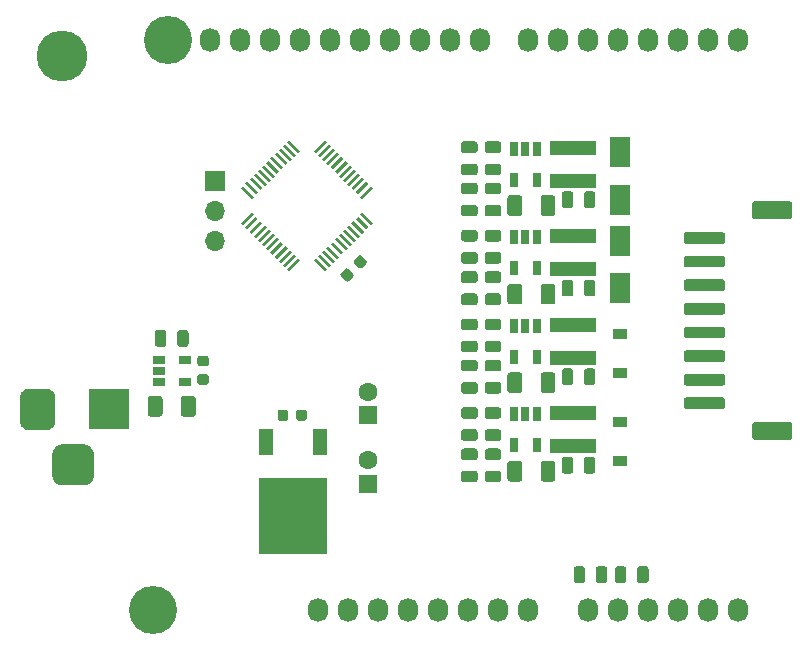
<source format=gbr>
G04 #@! TF.GenerationSoftware,KiCad,Pcbnew,(5.1.5)-3*
G04 #@! TF.CreationDate,2020-05-05T12:08:50+02:00*
G04 #@! TF.ProjectId,led_driver_test_board,6c65645f-6472-4697-9665-725f74657374,rev?*
G04 #@! TF.SameCoordinates,Original*
G04 #@! TF.FileFunction,Soldermask,Top*
G04 #@! TF.FilePolarity,Negative*
%FSLAX46Y46*%
G04 Gerber Fmt 4.6, Leading zero omitted, Abs format (unit mm)*
G04 Created by KiCad (PCBNEW (5.1.5)-3) date 2020-05-05 12:08:50*
%MOMM*%
%LPD*%
G04 APERTURE LIST*
%ADD10R,1.200000X0.900000*%
%ADD11C,0.100000*%
%ADD12C,4.300000*%
%ADD13O,1.700000X1.700000*%
%ADD14R,1.700000X1.700000*%
%ADD15R,1.060000X0.650000*%
%ADD16R,1.800000X2.500000*%
%ADD17R,0.650000X1.220000*%
%ADD18R,1.200000X2.200000*%
%ADD19R,5.800000X6.400000*%
%ADD20R,3.900000X1.200000*%
%ADD21R,3.500000X3.500000*%
%ADD22C,1.600000*%
%ADD23R,1.600000X1.600000*%
%ADD24O,1.727200X2.032000*%
%ADD25C,4.064000*%
G04 APERTURE END LIST*
D10*
X164498000Y-100465000D03*
X164498000Y-103765000D03*
X164498000Y-107965000D03*
X164498000Y-111265000D03*
D11*
G36*
X162203142Y-88416174D02*
G01*
X162226803Y-88419684D01*
X162250007Y-88425496D01*
X162272529Y-88433554D01*
X162294153Y-88443782D01*
X162314670Y-88456079D01*
X162333883Y-88470329D01*
X162351607Y-88486393D01*
X162367671Y-88504117D01*
X162381921Y-88523330D01*
X162394218Y-88543847D01*
X162404446Y-88565471D01*
X162412504Y-88587993D01*
X162418316Y-88611197D01*
X162421826Y-88634858D01*
X162423000Y-88658750D01*
X162423000Y-89571250D01*
X162421826Y-89595142D01*
X162418316Y-89618803D01*
X162412504Y-89642007D01*
X162404446Y-89664529D01*
X162394218Y-89686153D01*
X162381921Y-89706670D01*
X162367671Y-89725883D01*
X162351607Y-89743607D01*
X162333883Y-89759671D01*
X162314670Y-89773921D01*
X162294153Y-89786218D01*
X162272529Y-89796446D01*
X162250007Y-89804504D01*
X162226803Y-89810316D01*
X162203142Y-89813826D01*
X162179250Y-89815000D01*
X161691750Y-89815000D01*
X161667858Y-89813826D01*
X161644197Y-89810316D01*
X161620993Y-89804504D01*
X161598471Y-89796446D01*
X161576847Y-89786218D01*
X161556330Y-89773921D01*
X161537117Y-89759671D01*
X161519393Y-89743607D01*
X161503329Y-89725883D01*
X161489079Y-89706670D01*
X161476782Y-89686153D01*
X161466554Y-89664529D01*
X161458496Y-89642007D01*
X161452684Y-89618803D01*
X161449174Y-89595142D01*
X161448000Y-89571250D01*
X161448000Y-88658750D01*
X161449174Y-88634858D01*
X161452684Y-88611197D01*
X161458496Y-88587993D01*
X161466554Y-88565471D01*
X161476782Y-88543847D01*
X161489079Y-88523330D01*
X161503329Y-88504117D01*
X161519393Y-88486393D01*
X161537117Y-88470329D01*
X161556330Y-88456079D01*
X161576847Y-88443782D01*
X161598471Y-88433554D01*
X161620993Y-88425496D01*
X161644197Y-88419684D01*
X161667858Y-88416174D01*
X161691750Y-88415000D01*
X162179250Y-88415000D01*
X162203142Y-88416174D01*
G37*
G36*
X160328142Y-88416174D02*
G01*
X160351803Y-88419684D01*
X160375007Y-88425496D01*
X160397529Y-88433554D01*
X160419153Y-88443782D01*
X160439670Y-88456079D01*
X160458883Y-88470329D01*
X160476607Y-88486393D01*
X160492671Y-88504117D01*
X160506921Y-88523330D01*
X160519218Y-88543847D01*
X160529446Y-88565471D01*
X160537504Y-88587993D01*
X160543316Y-88611197D01*
X160546826Y-88634858D01*
X160548000Y-88658750D01*
X160548000Y-89571250D01*
X160546826Y-89595142D01*
X160543316Y-89618803D01*
X160537504Y-89642007D01*
X160529446Y-89664529D01*
X160519218Y-89686153D01*
X160506921Y-89706670D01*
X160492671Y-89725883D01*
X160476607Y-89743607D01*
X160458883Y-89759671D01*
X160439670Y-89773921D01*
X160419153Y-89786218D01*
X160397529Y-89796446D01*
X160375007Y-89804504D01*
X160351803Y-89810316D01*
X160328142Y-89813826D01*
X160304250Y-89815000D01*
X159816750Y-89815000D01*
X159792858Y-89813826D01*
X159769197Y-89810316D01*
X159745993Y-89804504D01*
X159723471Y-89796446D01*
X159701847Y-89786218D01*
X159681330Y-89773921D01*
X159662117Y-89759671D01*
X159644393Y-89743607D01*
X159628329Y-89725883D01*
X159614079Y-89706670D01*
X159601782Y-89686153D01*
X159591554Y-89664529D01*
X159583496Y-89642007D01*
X159577684Y-89618803D01*
X159574174Y-89595142D01*
X159573000Y-89571250D01*
X159573000Y-88658750D01*
X159574174Y-88634858D01*
X159577684Y-88611197D01*
X159583496Y-88587993D01*
X159591554Y-88565471D01*
X159601782Y-88543847D01*
X159614079Y-88523330D01*
X159628329Y-88504117D01*
X159644393Y-88486393D01*
X159662117Y-88470329D01*
X159681330Y-88456079D01*
X159701847Y-88443782D01*
X159723471Y-88433554D01*
X159745993Y-88425496D01*
X159769197Y-88419684D01*
X159792858Y-88416174D01*
X159816750Y-88415000D01*
X160304250Y-88415000D01*
X160328142Y-88416174D01*
G37*
G36*
X162203142Y-95916174D02*
G01*
X162226803Y-95919684D01*
X162250007Y-95925496D01*
X162272529Y-95933554D01*
X162294153Y-95943782D01*
X162314670Y-95956079D01*
X162333883Y-95970329D01*
X162351607Y-95986393D01*
X162367671Y-96004117D01*
X162381921Y-96023330D01*
X162394218Y-96043847D01*
X162404446Y-96065471D01*
X162412504Y-96087993D01*
X162418316Y-96111197D01*
X162421826Y-96134858D01*
X162423000Y-96158750D01*
X162423000Y-97071250D01*
X162421826Y-97095142D01*
X162418316Y-97118803D01*
X162412504Y-97142007D01*
X162404446Y-97164529D01*
X162394218Y-97186153D01*
X162381921Y-97206670D01*
X162367671Y-97225883D01*
X162351607Y-97243607D01*
X162333883Y-97259671D01*
X162314670Y-97273921D01*
X162294153Y-97286218D01*
X162272529Y-97296446D01*
X162250007Y-97304504D01*
X162226803Y-97310316D01*
X162203142Y-97313826D01*
X162179250Y-97315000D01*
X161691750Y-97315000D01*
X161667858Y-97313826D01*
X161644197Y-97310316D01*
X161620993Y-97304504D01*
X161598471Y-97296446D01*
X161576847Y-97286218D01*
X161556330Y-97273921D01*
X161537117Y-97259671D01*
X161519393Y-97243607D01*
X161503329Y-97225883D01*
X161489079Y-97206670D01*
X161476782Y-97186153D01*
X161466554Y-97164529D01*
X161458496Y-97142007D01*
X161452684Y-97118803D01*
X161449174Y-97095142D01*
X161448000Y-97071250D01*
X161448000Y-96158750D01*
X161449174Y-96134858D01*
X161452684Y-96111197D01*
X161458496Y-96087993D01*
X161466554Y-96065471D01*
X161476782Y-96043847D01*
X161489079Y-96023330D01*
X161503329Y-96004117D01*
X161519393Y-95986393D01*
X161537117Y-95970329D01*
X161556330Y-95956079D01*
X161576847Y-95943782D01*
X161598471Y-95933554D01*
X161620993Y-95925496D01*
X161644197Y-95919684D01*
X161667858Y-95916174D01*
X161691750Y-95915000D01*
X162179250Y-95915000D01*
X162203142Y-95916174D01*
G37*
G36*
X160328142Y-95916174D02*
G01*
X160351803Y-95919684D01*
X160375007Y-95925496D01*
X160397529Y-95933554D01*
X160419153Y-95943782D01*
X160439670Y-95956079D01*
X160458883Y-95970329D01*
X160476607Y-95986393D01*
X160492671Y-96004117D01*
X160506921Y-96023330D01*
X160519218Y-96043847D01*
X160529446Y-96065471D01*
X160537504Y-96087993D01*
X160543316Y-96111197D01*
X160546826Y-96134858D01*
X160548000Y-96158750D01*
X160548000Y-97071250D01*
X160546826Y-97095142D01*
X160543316Y-97118803D01*
X160537504Y-97142007D01*
X160529446Y-97164529D01*
X160519218Y-97186153D01*
X160506921Y-97206670D01*
X160492671Y-97225883D01*
X160476607Y-97243607D01*
X160458883Y-97259671D01*
X160439670Y-97273921D01*
X160419153Y-97286218D01*
X160397529Y-97296446D01*
X160375007Y-97304504D01*
X160351803Y-97310316D01*
X160328142Y-97313826D01*
X160304250Y-97315000D01*
X159816750Y-97315000D01*
X159792858Y-97313826D01*
X159769197Y-97310316D01*
X159745993Y-97304504D01*
X159723471Y-97296446D01*
X159701847Y-97286218D01*
X159681330Y-97273921D01*
X159662117Y-97259671D01*
X159644393Y-97243607D01*
X159628329Y-97225883D01*
X159614079Y-97206670D01*
X159601782Y-97186153D01*
X159591554Y-97164529D01*
X159583496Y-97142007D01*
X159577684Y-97118803D01*
X159574174Y-97095142D01*
X159573000Y-97071250D01*
X159573000Y-96158750D01*
X159574174Y-96134858D01*
X159577684Y-96111197D01*
X159583496Y-96087993D01*
X159591554Y-96065471D01*
X159601782Y-96043847D01*
X159614079Y-96023330D01*
X159628329Y-96004117D01*
X159644393Y-95986393D01*
X159662117Y-95970329D01*
X159681330Y-95956079D01*
X159701847Y-95943782D01*
X159723471Y-95933554D01*
X159745993Y-95925496D01*
X159769197Y-95919684D01*
X159792858Y-95916174D01*
X159816750Y-95915000D01*
X160304250Y-95915000D01*
X160328142Y-95916174D01*
G37*
G36*
X162203142Y-103416174D02*
G01*
X162226803Y-103419684D01*
X162250007Y-103425496D01*
X162272529Y-103433554D01*
X162294153Y-103443782D01*
X162314670Y-103456079D01*
X162333883Y-103470329D01*
X162351607Y-103486393D01*
X162367671Y-103504117D01*
X162381921Y-103523330D01*
X162394218Y-103543847D01*
X162404446Y-103565471D01*
X162412504Y-103587993D01*
X162418316Y-103611197D01*
X162421826Y-103634858D01*
X162423000Y-103658750D01*
X162423000Y-104571250D01*
X162421826Y-104595142D01*
X162418316Y-104618803D01*
X162412504Y-104642007D01*
X162404446Y-104664529D01*
X162394218Y-104686153D01*
X162381921Y-104706670D01*
X162367671Y-104725883D01*
X162351607Y-104743607D01*
X162333883Y-104759671D01*
X162314670Y-104773921D01*
X162294153Y-104786218D01*
X162272529Y-104796446D01*
X162250007Y-104804504D01*
X162226803Y-104810316D01*
X162203142Y-104813826D01*
X162179250Y-104815000D01*
X161691750Y-104815000D01*
X161667858Y-104813826D01*
X161644197Y-104810316D01*
X161620993Y-104804504D01*
X161598471Y-104796446D01*
X161576847Y-104786218D01*
X161556330Y-104773921D01*
X161537117Y-104759671D01*
X161519393Y-104743607D01*
X161503329Y-104725883D01*
X161489079Y-104706670D01*
X161476782Y-104686153D01*
X161466554Y-104664529D01*
X161458496Y-104642007D01*
X161452684Y-104618803D01*
X161449174Y-104595142D01*
X161448000Y-104571250D01*
X161448000Y-103658750D01*
X161449174Y-103634858D01*
X161452684Y-103611197D01*
X161458496Y-103587993D01*
X161466554Y-103565471D01*
X161476782Y-103543847D01*
X161489079Y-103523330D01*
X161503329Y-103504117D01*
X161519393Y-103486393D01*
X161537117Y-103470329D01*
X161556330Y-103456079D01*
X161576847Y-103443782D01*
X161598471Y-103433554D01*
X161620993Y-103425496D01*
X161644197Y-103419684D01*
X161667858Y-103416174D01*
X161691750Y-103415000D01*
X162179250Y-103415000D01*
X162203142Y-103416174D01*
G37*
G36*
X160328142Y-103416174D02*
G01*
X160351803Y-103419684D01*
X160375007Y-103425496D01*
X160397529Y-103433554D01*
X160419153Y-103443782D01*
X160439670Y-103456079D01*
X160458883Y-103470329D01*
X160476607Y-103486393D01*
X160492671Y-103504117D01*
X160506921Y-103523330D01*
X160519218Y-103543847D01*
X160529446Y-103565471D01*
X160537504Y-103587993D01*
X160543316Y-103611197D01*
X160546826Y-103634858D01*
X160548000Y-103658750D01*
X160548000Y-104571250D01*
X160546826Y-104595142D01*
X160543316Y-104618803D01*
X160537504Y-104642007D01*
X160529446Y-104664529D01*
X160519218Y-104686153D01*
X160506921Y-104706670D01*
X160492671Y-104725883D01*
X160476607Y-104743607D01*
X160458883Y-104759671D01*
X160439670Y-104773921D01*
X160419153Y-104786218D01*
X160397529Y-104796446D01*
X160375007Y-104804504D01*
X160351803Y-104810316D01*
X160328142Y-104813826D01*
X160304250Y-104815000D01*
X159816750Y-104815000D01*
X159792858Y-104813826D01*
X159769197Y-104810316D01*
X159745993Y-104804504D01*
X159723471Y-104796446D01*
X159701847Y-104786218D01*
X159681330Y-104773921D01*
X159662117Y-104759671D01*
X159644393Y-104743607D01*
X159628329Y-104725883D01*
X159614079Y-104706670D01*
X159601782Y-104686153D01*
X159591554Y-104664529D01*
X159583496Y-104642007D01*
X159577684Y-104618803D01*
X159574174Y-104595142D01*
X159573000Y-104571250D01*
X159573000Y-103658750D01*
X159574174Y-103634858D01*
X159577684Y-103611197D01*
X159583496Y-103587993D01*
X159591554Y-103565471D01*
X159601782Y-103543847D01*
X159614079Y-103523330D01*
X159628329Y-103504117D01*
X159644393Y-103486393D01*
X159662117Y-103470329D01*
X159681330Y-103456079D01*
X159701847Y-103443782D01*
X159723471Y-103433554D01*
X159745993Y-103425496D01*
X159769197Y-103419684D01*
X159792858Y-103416174D01*
X159816750Y-103415000D01*
X160304250Y-103415000D01*
X160328142Y-103416174D01*
G37*
G36*
X162203142Y-110916174D02*
G01*
X162226803Y-110919684D01*
X162250007Y-110925496D01*
X162272529Y-110933554D01*
X162294153Y-110943782D01*
X162314670Y-110956079D01*
X162333883Y-110970329D01*
X162351607Y-110986393D01*
X162367671Y-111004117D01*
X162381921Y-111023330D01*
X162394218Y-111043847D01*
X162404446Y-111065471D01*
X162412504Y-111087993D01*
X162418316Y-111111197D01*
X162421826Y-111134858D01*
X162423000Y-111158750D01*
X162423000Y-112071250D01*
X162421826Y-112095142D01*
X162418316Y-112118803D01*
X162412504Y-112142007D01*
X162404446Y-112164529D01*
X162394218Y-112186153D01*
X162381921Y-112206670D01*
X162367671Y-112225883D01*
X162351607Y-112243607D01*
X162333883Y-112259671D01*
X162314670Y-112273921D01*
X162294153Y-112286218D01*
X162272529Y-112296446D01*
X162250007Y-112304504D01*
X162226803Y-112310316D01*
X162203142Y-112313826D01*
X162179250Y-112315000D01*
X161691750Y-112315000D01*
X161667858Y-112313826D01*
X161644197Y-112310316D01*
X161620993Y-112304504D01*
X161598471Y-112296446D01*
X161576847Y-112286218D01*
X161556330Y-112273921D01*
X161537117Y-112259671D01*
X161519393Y-112243607D01*
X161503329Y-112225883D01*
X161489079Y-112206670D01*
X161476782Y-112186153D01*
X161466554Y-112164529D01*
X161458496Y-112142007D01*
X161452684Y-112118803D01*
X161449174Y-112095142D01*
X161448000Y-112071250D01*
X161448000Y-111158750D01*
X161449174Y-111134858D01*
X161452684Y-111111197D01*
X161458496Y-111087993D01*
X161466554Y-111065471D01*
X161476782Y-111043847D01*
X161489079Y-111023330D01*
X161503329Y-111004117D01*
X161519393Y-110986393D01*
X161537117Y-110970329D01*
X161556330Y-110956079D01*
X161576847Y-110943782D01*
X161598471Y-110933554D01*
X161620993Y-110925496D01*
X161644197Y-110919684D01*
X161667858Y-110916174D01*
X161691750Y-110915000D01*
X162179250Y-110915000D01*
X162203142Y-110916174D01*
G37*
G36*
X160328142Y-110916174D02*
G01*
X160351803Y-110919684D01*
X160375007Y-110925496D01*
X160397529Y-110933554D01*
X160419153Y-110943782D01*
X160439670Y-110956079D01*
X160458883Y-110970329D01*
X160476607Y-110986393D01*
X160492671Y-111004117D01*
X160506921Y-111023330D01*
X160519218Y-111043847D01*
X160529446Y-111065471D01*
X160537504Y-111087993D01*
X160543316Y-111111197D01*
X160546826Y-111134858D01*
X160548000Y-111158750D01*
X160548000Y-112071250D01*
X160546826Y-112095142D01*
X160543316Y-112118803D01*
X160537504Y-112142007D01*
X160529446Y-112164529D01*
X160519218Y-112186153D01*
X160506921Y-112206670D01*
X160492671Y-112225883D01*
X160476607Y-112243607D01*
X160458883Y-112259671D01*
X160439670Y-112273921D01*
X160419153Y-112286218D01*
X160397529Y-112296446D01*
X160375007Y-112304504D01*
X160351803Y-112310316D01*
X160328142Y-112313826D01*
X160304250Y-112315000D01*
X159816750Y-112315000D01*
X159792858Y-112313826D01*
X159769197Y-112310316D01*
X159745993Y-112304504D01*
X159723471Y-112296446D01*
X159701847Y-112286218D01*
X159681330Y-112273921D01*
X159662117Y-112259671D01*
X159644393Y-112243607D01*
X159628329Y-112225883D01*
X159614079Y-112206670D01*
X159601782Y-112186153D01*
X159591554Y-112164529D01*
X159583496Y-112142007D01*
X159577684Y-112118803D01*
X159574174Y-112095142D01*
X159573000Y-112071250D01*
X159573000Y-111158750D01*
X159574174Y-111134858D01*
X159577684Y-111111197D01*
X159583496Y-111087993D01*
X159591554Y-111065471D01*
X159601782Y-111043847D01*
X159614079Y-111023330D01*
X159628329Y-111004117D01*
X159644393Y-110986393D01*
X159662117Y-110970329D01*
X159681330Y-110956079D01*
X159701847Y-110943782D01*
X159723471Y-110933554D01*
X159745993Y-110925496D01*
X159769197Y-110919684D01*
X159792858Y-110916174D01*
X159816750Y-110915000D01*
X160304250Y-110915000D01*
X160328142Y-110916174D01*
G37*
D12*
X117298000Y-76965000D03*
D11*
G36*
X166703142Y-120166174D02*
G01*
X166726803Y-120169684D01*
X166750007Y-120175496D01*
X166772529Y-120183554D01*
X166794153Y-120193782D01*
X166814670Y-120206079D01*
X166833883Y-120220329D01*
X166851607Y-120236393D01*
X166867671Y-120254117D01*
X166881921Y-120273330D01*
X166894218Y-120293847D01*
X166904446Y-120315471D01*
X166912504Y-120337993D01*
X166918316Y-120361197D01*
X166921826Y-120384858D01*
X166923000Y-120408750D01*
X166923000Y-121321250D01*
X166921826Y-121345142D01*
X166918316Y-121368803D01*
X166912504Y-121392007D01*
X166904446Y-121414529D01*
X166894218Y-121436153D01*
X166881921Y-121456670D01*
X166867671Y-121475883D01*
X166851607Y-121493607D01*
X166833883Y-121509671D01*
X166814670Y-121523921D01*
X166794153Y-121536218D01*
X166772529Y-121546446D01*
X166750007Y-121554504D01*
X166726803Y-121560316D01*
X166703142Y-121563826D01*
X166679250Y-121565000D01*
X166191750Y-121565000D01*
X166167858Y-121563826D01*
X166144197Y-121560316D01*
X166120993Y-121554504D01*
X166098471Y-121546446D01*
X166076847Y-121536218D01*
X166056330Y-121523921D01*
X166037117Y-121509671D01*
X166019393Y-121493607D01*
X166003329Y-121475883D01*
X165989079Y-121456670D01*
X165976782Y-121436153D01*
X165966554Y-121414529D01*
X165958496Y-121392007D01*
X165952684Y-121368803D01*
X165949174Y-121345142D01*
X165948000Y-121321250D01*
X165948000Y-120408750D01*
X165949174Y-120384858D01*
X165952684Y-120361197D01*
X165958496Y-120337993D01*
X165966554Y-120315471D01*
X165976782Y-120293847D01*
X165989079Y-120273330D01*
X166003329Y-120254117D01*
X166019393Y-120236393D01*
X166037117Y-120220329D01*
X166056330Y-120206079D01*
X166076847Y-120193782D01*
X166098471Y-120183554D01*
X166120993Y-120175496D01*
X166144197Y-120169684D01*
X166167858Y-120166174D01*
X166191750Y-120165000D01*
X166679250Y-120165000D01*
X166703142Y-120166174D01*
G37*
G36*
X164828142Y-120166174D02*
G01*
X164851803Y-120169684D01*
X164875007Y-120175496D01*
X164897529Y-120183554D01*
X164919153Y-120193782D01*
X164939670Y-120206079D01*
X164958883Y-120220329D01*
X164976607Y-120236393D01*
X164992671Y-120254117D01*
X165006921Y-120273330D01*
X165019218Y-120293847D01*
X165029446Y-120315471D01*
X165037504Y-120337993D01*
X165043316Y-120361197D01*
X165046826Y-120384858D01*
X165048000Y-120408750D01*
X165048000Y-121321250D01*
X165046826Y-121345142D01*
X165043316Y-121368803D01*
X165037504Y-121392007D01*
X165029446Y-121414529D01*
X165019218Y-121436153D01*
X165006921Y-121456670D01*
X164992671Y-121475883D01*
X164976607Y-121493607D01*
X164958883Y-121509671D01*
X164939670Y-121523921D01*
X164919153Y-121536218D01*
X164897529Y-121546446D01*
X164875007Y-121554504D01*
X164851803Y-121560316D01*
X164828142Y-121563826D01*
X164804250Y-121565000D01*
X164316750Y-121565000D01*
X164292858Y-121563826D01*
X164269197Y-121560316D01*
X164245993Y-121554504D01*
X164223471Y-121546446D01*
X164201847Y-121536218D01*
X164181330Y-121523921D01*
X164162117Y-121509671D01*
X164144393Y-121493607D01*
X164128329Y-121475883D01*
X164114079Y-121456670D01*
X164101782Y-121436153D01*
X164091554Y-121414529D01*
X164083496Y-121392007D01*
X164077684Y-121368803D01*
X164074174Y-121345142D01*
X164073000Y-121321250D01*
X164073000Y-120408750D01*
X164074174Y-120384858D01*
X164077684Y-120361197D01*
X164083496Y-120337993D01*
X164091554Y-120315471D01*
X164101782Y-120293847D01*
X164114079Y-120273330D01*
X164128329Y-120254117D01*
X164144393Y-120236393D01*
X164162117Y-120220329D01*
X164181330Y-120206079D01*
X164201847Y-120193782D01*
X164223471Y-120183554D01*
X164245993Y-120175496D01*
X164269197Y-120169684D01*
X164292858Y-120166174D01*
X164316750Y-120165000D01*
X164804250Y-120165000D01*
X164828142Y-120166174D01*
G37*
G36*
X163203142Y-120166174D02*
G01*
X163226803Y-120169684D01*
X163250007Y-120175496D01*
X163272529Y-120183554D01*
X163294153Y-120193782D01*
X163314670Y-120206079D01*
X163333883Y-120220329D01*
X163351607Y-120236393D01*
X163367671Y-120254117D01*
X163381921Y-120273330D01*
X163394218Y-120293847D01*
X163404446Y-120315471D01*
X163412504Y-120337993D01*
X163418316Y-120361197D01*
X163421826Y-120384858D01*
X163423000Y-120408750D01*
X163423000Y-121321250D01*
X163421826Y-121345142D01*
X163418316Y-121368803D01*
X163412504Y-121392007D01*
X163404446Y-121414529D01*
X163394218Y-121436153D01*
X163381921Y-121456670D01*
X163367671Y-121475883D01*
X163351607Y-121493607D01*
X163333883Y-121509671D01*
X163314670Y-121523921D01*
X163294153Y-121536218D01*
X163272529Y-121546446D01*
X163250007Y-121554504D01*
X163226803Y-121560316D01*
X163203142Y-121563826D01*
X163179250Y-121565000D01*
X162691750Y-121565000D01*
X162667858Y-121563826D01*
X162644197Y-121560316D01*
X162620993Y-121554504D01*
X162598471Y-121546446D01*
X162576847Y-121536218D01*
X162556330Y-121523921D01*
X162537117Y-121509671D01*
X162519393Y-121493607D01*
X162503329Y-121475883D01*
X162489079Y-121456670D01*
X162476782Y-121436153D01*
X162466554Y-121414529D01*
X162458496Y-121392007D01*
X162452684Y-121368803D01*
X162449174Y-121345142D01*
X162448000Y-121321250D01*
X162448000Y-120408750D01*
X162449174Y-120384858D01*
X162452684Y-120361197D01*
X162458496Y-120337993D01*
X162466554Y-120315471D01*
X162476782Y-120293847D01*
X162489079Y-120273330D01*
X162503329Y-120254117D01*
X162519393Y-120236393D01*
X162537117Y-120220329D01*
X162556330Y-120206079D01*
X162576847Y-120193782D01*
X162598471Y-120183554D01*
X162620993Y-120175496D01*
X162644197Y-120169684D01*
X162667858Y-120166174D01*
X162691750Y-120165000D01*
X163179250Y-120165000D01*
X163203142Y-120166174D01*
G37*
G36*
X161328142Y-120166174D02*
G01*
X161351803Y-120169684D01*
X161375007Y-120175496D01*
X161397529Y-120183554D01*
X161419153Y-120193782D01*
X161439670Y-120206079D01*
X161458883Y-120220329D01*
X161476607Y-120236393D01*
X161492671Y-120254117D01*
X161506921Y-120273330D01*
X161519218Y-120293847D01*
X161529446Y-120315471D01*
X161537504Y-120337993D01*
X161543316Y-120361197D01*
X161546826Y-120384858D01*
X161548000Y-120408750D01*
X161548000Y-121321250D01*
X161546826Y-121345142D01*
X161543316Y-121368803D01*
X161537504Y-121392007D01*
X161529446Y-121414529D01*
X161519218Y-121436153D01*
X161506921Y-121456670D01*
X161492671Y-121475883D01*
X161476607Y-121493607D01*
X161458883Y-121509671D01*
X161439670Y-121523921D01*
X161419153Y-121536218D01*
X161397529Y-121546446D01*
X161375007Y-121554504D01*
X161351803Y-121560316D01*
X161328142Y-121563826D01*
X161304250Y-121565000D01*
X160816750Y-121565000D01*
X160792858Y-121563826D01*
X160769197Y-121560316D01*
X160745993Y-121554504D01*
X160723471Y-121546446D01*
X160701847Y-121536218D01*
X160681330Y-121523921D01*
X160662117Y-121509671D01*
X160644393Y-121493607D01*
X160628329Y-121475883D01*
X160614079Y-121456670D01*
X160601782Y-121436153D01*
X160591554Y-121414529D01*
X160583496Y-121392007D01*
X160577684Y-121368803D01*
X160574174Y-121345142D01*
X160573000Y-121321250D01*
X160573000Y-120408750D01*
X160574174Y-120384858D01*
X160577684Y-120361197D01*
X160583496Y-120337993D01*
X160591554Y-120315471D01*
X160601782Y-120293847D01*
X160614079Y-120273330D01*
X160628329Y-120254117D01*
X160644393Y-120236393D01*
X160662117Y-120220329D01*
X160681330Y-120206079D01*
X160701847Y-120193782D01*
X160723471Y-120183554D01*
X160745993Y-120175496D01*
X160769197Y-120169684D01*
X160792858Y-120166174D01*
X160816750Y-120165000D01*
X161304250Y-120165000D01*
X161328142Y-120166174D01*
G37*
D13*
X130223000Y-92655000D03*
X130223000Y-90115000D03*
D14*
X130223000Y-87575000D03*
D11*
G36*
X142499771Y-93829580D02*
G01*
X142521006Y-93832730D01*
X142541830Y-93837946D01*
X142562042Y-93845178D01*
X142581448Y-93854357D01*
X142599861Y-93865393D01*
X142617104Y-93878181D01*
X142633010Y-93892597D01*
X142995403Y-94254990D01*
X143009819Y-94270896D01*
X143022607Y-94288139D01*
X143033643Y-94306552D01*
X143042822Y-94325958D01*
X143050054Y-94346170D01*
X143055270Y-94366994D01*
X143058420Y-94388229D01*
X143059473Y-94409670D01*
X143058420Y-94431111D01*
X143055270Y-94452346D01*
X143050054Y-94473170D01*
X143042822Y-94493382D01*
X143033643Y-94512788D01*
X143022607Y-94531201D01*
X143009819Y-94548444D01*
X142995403Y-94564350D01*
X142686044Y-94873709D01*
X142670138Y-94888125D01*
X142652895Y-94900913D01*
X142634482Y-94911949D01*
X142615076Y-94921128D01*
X142594864Y-94928360D01*
X142574040Y-94933576D01*
X142552805Y-94936726D01*
X142531364Y-94937779D01*
X142509923Y-94936726D01*
X142488688Y-94933576D01*
X142467864Y-94928360D01*
X142447652Y-94921128D01*
X142428246Y-94911949D01*
X142409833Y-94900913D01*
X142392590Y-94888125D01*
X142376684Y-94873709D01*
X142014291Y-94511316D01*
X141999875Y-94495410D01*
X141987087Y-94478167D01*
X141976051Y-94459754D01*
X141966872Y-94440348D01*
X141959640Y-94420136D01*
X141954424Y-94399312D01*
X141951274Y-94378077D01*
X141950221Y-94356636D01*
X141951274Y-94335195D01*
X141954424Y-94313960D01*
X141959640Y-94293136D01*
X141966872Y-94272924D01*
X141976051Y-94253518D01*
X141987087Y-94235105D01*
X141999875Y-94217862D01*
X142014291Y-94201956D01*
X142323650Y-93892597D01*
X142339556Y-93878181D01*
X142356799Y-93865393D01*
X142375212Y-93854357D01*
X142394618Y-93845178D01*
X142414830Y-93837946D01*
X142435654Y-93832730D01*
X142456889Y-93829580D01*
X142478330Y-93828527D01*
X142499771Y-93829580D01*
G37*
G36*
X141386077Y-94943274D02*
G01*
X141407312Y-94946424D01*
X141428136Y-94951640D01*
X141448348Y-94958872D01*
X141467754Y-94968051D01*
X141486167Y-94979087D01*
X141503410Y-94991875D01*
X141519316Y-95006291D01*
X141881709Y-95368684D01*
X141896125Y-95384590D01*
X141908913Y-95401833D01*
X141919949Y-95420246D01*
X141929128Y-95439652D01*
X141936360Y-95459864D01*
X141941576Y-95480688D01*
X141944726Y-95501923D01*
X141945779Y-95523364D01*
X141944726Y-95544805D01*
X141941576Y-95566040D01*
X141936360Y-95586864D01*
X141929128Y-95607076D01*
X141919949Y-95626482D01*
X141908913Y-95644895D01*
X141896125Y-95662138D01*
X141881709Y-95678044D01*
X141572350Y-95987403D01*
X141556444Y-96001819D01*
X141539201Y-96014607D01*
X141520788Y-96025643D01*
X141501382Y-96034822D01*
X141481170Y-96042054D01*
X141460346Y-96047270D01*
X141439111Y-96050420D01*
X141417670Y-96051473D01*
X141396229Y-96050420D01*
X141374994Y-96047270D01*
X141354170Y-96042054D01*
X141333958Y-96034822D01*
X141314552Y-96025643D01*
X141296139Y-96014607D01*
X141278896Y-96001819D01*
X141262990Y-95987403D01*
X140900597Y-95625010D01*
X140886181Y-95609104D01*
X140873393Y-95591861D01*
X140862357Y-95573448D01*
X140853178Y-95554042D01*
X140845946Y-95533830D01*
X140840730Y-95513006D01*
X140837580Y-95491771D01*
X140836527Y-95470330D01*
X140837580Y-95448889D01*
X140840730Y-95427654D01*
X140845946Y-95406830D01*
X140853178Y-95386618D01*
X140862357Y-95367212D01*
X140873393Y-95348799D01*
X140886181Y-95331556D01*
X140900597Y-95315650D01*
X141209956Y-95006291D01*
X141225862Y-94991875D01*
X141243105Y-94979087D01*
X141261518Y-94968051D01*
X141280924Y-94958872D01*
X141301136Y-94951640D01*
X141321960Y-94946424D01*
X141343195Y-94943274D01*
X141364636Y-94942221D01*
X141386077Y-94943274D01*
G37*
G36*
X152228142Y-89566174D02*
G01*
X152251803Y-89569684D01*
X152275007Y-89575496D01*
X152297529Y-89583554D01*
X152319153Y-89593782D01*
X152339670Y-89606079D01*
X152358883Y-89620329D01*
X152376607Y-89636393D01*
X152392671Y-89654117D01*
X152406921Y-89673330D01*
X152419218Y-89693847D01*
X152429446Y-89715471D01*
X152437504Y-89737993D01*
X152443316Y-89761197D01*
X152446826Y-89784858D01*
X152448000Y-89808750D01*
X152448000Y-90296250D01*
X152446826Y-90320142D01*
X152443316Y-90343803D01*
X152437504Y-90367007D01*
X152429446Y-90389529D01*
X152419218Y-90411153D01*
X152406921Y-90431670D01*
X152392671Y-90450883D01*
X152376607Y-90468607D01*
X152358883Y-90484671D01*
X152339670Y-90498921D01*
X152319153Y-90511218D01*
X152297529Y-90521446D01*
X152275007Y-90529504D01*
X152251803Y-90535316D01*
X152228142Y-90538826D01*
X152204250Y-90540000D01*
X151291750Y-90540000D01*
X151267858Y-90538826D01*
X151244197Y-90535316D01*
X151220993Y-90529504D01*
X151198471Y-90521446D01*
X151176847Y-90511218D01*
X151156330Y-90498921D01*
X151137117Y-90484671D01*
X151119393Y-90468607D01*
X151103329Y-90450883D01*
X151089079Y-90431670D01*
X151076782Y-90411153D01*
X151066554Y-90389529D01*
X151058496Y-90367007D01*
X151052684Y-90343803D01*
X151049174Y-90320142D01*
X151048000Y-90296250D01*
X151048000Y-89808750D01*
X151049174Y-89784858D01*
X151052684Y-89761197D01*
X151058496Y-89737993D01*
X151066554Y-89715471D01*
X151076782Y-89693847D01*
X151089079Y-89673330D01*
X151103329Y-89654117D01*
X151119393Y-89636393D01*
X151137117Y-89620329D01*
X151156330Y-89606079D01*
X151176847Y-89593782D01*
X151198471Y-89583554D01*
X151220993Y-89575496D01*
X151244197Y-89569684D01*
X151267858Y-89566174D01*
X151291750Y-89565000D01*
X152204250Y-89565000D01*
X152228142Y-89566174D01*
G37*
G36*
X152228142Y-87691174D02*
G01*
X152251803Y-87694684D01*
X152275007Y-87700496D01*
X152297529Y-87708554D01*
X152319153Y-87718782D01*
X152339670Y-87731079D01*
X152358883Y-87745329D01*
X152376607Y-87761393D01*
X152392671Y-87779117D01*
X152406921Y-87798330D01*
X152419218Y-87818847D01*
X152429446Y-87840471D01*
X152437504Y-87862993D01*
X152443316Y-87886197D01*
X152446826Y-87909858D01*
X152448000Y-87933750D01*
X152448000Y-88421250D01*
X152446826Y-88445142D01*
X152443316Y-88468803D01*
X152437504Y-88492007D01*
X152429446Y-88514529D01*
X152419218Y-88536153D01*
X152406921Y-88556670D01*
X152392671Y-88575883D01*
X152376607Y-88593607D01*
X152358883Y-88609671D01*
X152339670Y-88623921D01*
X152319153Y-88636218D01*
X152297529Y-88646446D01*
X152275007Y-88654504D01*
X152251803Y-88660316D01*
X152228142Y-88663826D01*
X152204250Y-88665000D01*
X151291750Y-88665000D01*
X151267858Y-88663826D01*
X151244197Y-88660316D01*
X151220993Y-88654504D01*
X151198471Y-88646446D01*
X151176847Y-88636218D01*
X151156330Y-88623921D01*
X151137117Y-88609671D01*
X151119393Y-88593607D01*
X151103329Y-88575883D01*
X151089079Y-88556670D01*
X151076782Y-88536153D01*
X151066554Y-88514529D01*
X151058496Y-88492007D01*
X151052684Y-88468803D01*
X151049174Y-88445142D01*
X151048000Y-88421250D01*
X151048000Y-87933750D01*
X151049174Y-87909858D01*
X151052684Y-87886197D01*
X151058496Y-87862993D01*
X151066554Y-87840471D01*
X151076782Y-87818847D01*
X151089079Y-87798330D01*
X151103329Y-87779117D01*
X151119393Y-87761393D01*
X151137117Y-87745329D01*
X151156330Y-87731079D01*
X151176847Y-87718782D01*
X151198471Y-87708554D01*
X151220993Y-87700496D01*
X151244197Y-87694684D01*
X151267858Y-87691174D01*
X151291750Y-87690000D01*
X152204250Y-87690000D01*
X152228142Y-87691174D01*
G37*
G36*
X152228142Y-84191174D02*
G01*
X152251803Y-84194684D01*
X152275007Y-84200496D01*
X152297529Y-84208554D01*
X152319153Y-84218782D01*
X152339670Y-84231079D01*
X152358883Y-84245329D01*
X152376607Y-84261393D01*
X152392671Y-84279117D01*
X152406921Y-84298330D01*
X152419218Y-84318847D01*
X152429446Y-84340471D01*
X152437504Y-84362993D01*
X152443316Y-84386197D01*
X152446826Y-84409858D01*
X152448000Y-84433750D01*
X152448000Y-84921250D01*
X152446826Y-84945142D01*
X152443316Y-84968803D01*
X152437504Y-84992007D01*
X152429446Y-85014529D01*
X152419218Y-85036153D01*
X152406921Y-85056670D01*
X152392671Y-85075883D01*
X152376607Y-85093607D01*
X152358883Y-85109671D01*
X152339670Y-85123921D01*
X152319153Y-85136218D01*
X152297529Y-85146446D01*
X152275007Y-85154504D01*
X152251803Y-85160316D01*
X152228142Y-85163826D01*
X152204250Y-85165000D01*
X151291750Y-85165000D01*
X151267858Y-85163826D01*
X151244197Y-85160316D01*
X151220993Y-85154504D01*
X151198471Y-85146446D01*
X151176847Y-85136218D01*
X151156330Y-85123921D01*
X151137117Y-85109671D01*
X151119393Y-85093607D01*
X151103329Y-85075883D01*
X151089079Y-85056670D01*
X151076782Y-85036153D01*
X151066554Y-85014529D01*
X151058496Y-84992007D01*
X151052684Y-84968803D01*
X151049174Y-84945142D01*
X151048000Y-84921250D01*
X151048000Y-84433750D01*
X151049174Y-84409858D01*
X151052684Y-84386197D01*
X151058496Y-84362993D01*
X151066554Y-84340471D01*
X151076782Y-84318847D01*
X151089079Y-84298330D01*
X151103329Y-84279117D01*
X151119393Y-84261393D01*
X151137117Y-84245329D01*
X151156330Y-84231079D01*
X151176847Y-84218782D01*
X151198471Y-84208554D01*
X151220993Y-84200496D01*
X151244197Y-84194684D01*
X151267858Y-84191174D01*
X151291750Y-84190000D01*
X152204250Y-84190000D01*
X152228142Y-84191174D01*
G37*
G36*
X152228142Y-86066174D02*
G01*
X152251803Y-86069684D01*
X152275007Y-86075496D01*
X152297529Y-86083554D01*
X152319153Y-86093782D01*
X152339670Y-86106079D01*
X152358883Y-86120329D01*
X152376607Y-86136393D01*
X152392671Y-86154117D01*
X152406921Y-86173330D01*
X152419218Y-86193847D01*
X152429446Y-86215471D01*
X152437504Y-86237993D01*
X152443316Y-86261197D01*
X152446826Y-86284858D01*
X152448000Y-86308750D01*
X152448000Y-86796250D01*
X152446826Y-86820142D01*
X152443316Y-86843803D01*
X152437504Y-86867007D01*
X152429446Y-86889529D01*
X152419218Y-86911153D01*
X152406921Y-86931670D01*
X152392671Y-86950883D01*
X152376607Y-86968607D01*
X152358883Y-86984671D01*
X152339670Y-86998921D01*
X152319153Y-87011218D01*
X152297529Y-87021446D01*
X152275007Y-87029504D01*
X152251803Y-87035316D01*
X152228142Y-87038826D01*
X152204250Y-87040000D01*
X151291750Y-87040000D01*
X151267858Y-87038826D01*
X151244197Y-87035316D01*
X151220993Y-87029504D01*
X151198471Y-87021446D01*
X151176847Y-87011218D01*
X151156330Y-86998921D01*
X151137117Y-86984671D01*
X151119393Y-86968607D01*
X151103329Y-86950883D01*
X151089079Y-86931670D01*
X151076782Y-86911153D01*
X151066554Y-86889529D01*
X151058496Y-86867007D01*
X151052684Y-86843803D01*
X151049174Y-86820142D01*
X151048000Y-86796250D01*
X151048000Y-86308750D01*
X151049174Y-86284858D01*
X151052684Y-86261197D01*
X151058496Y-86237993D01*
X151066554Y-86215471D01*
X151076782Y-86193847D01*
X151089079Y-86173330D01*
X151103329Y-86154117D01*
X151119393Y-86136393D01*
X151137117Y-86120329D01*
X151156330Y-86106079D01*
X151176847Y-86093782D01*
X151198471Y-86083554D01*
X151220993Y-86075496D01*
X151244197Y-86069684D01*
X151267858Y-86066174D01*
X151291750Y-86065000D01*
X152204250Y-86065000D01*
X152228142Y-86066174D01*
G37*
G36*
X152228142Y-97066174D02*
G01*
X152251803Y-97069684D01*
X152275007Y-97075496D01*
X152297529Y-97083554D01*
X152319153Y-97093782D01*
X152339670Y-97106079D01*
X152358883Y-97120329D01*
X152376607Y-97136393D01*
X152392671Y-97154117D01*
X152406921Y-97173330D01*
X152419218Y-97193847D01*
X152429446Y-97215471D01*
X152437504Y-97237993D01*
X152443316Y-97261197D01*
X152446826Y-97284858D01*
X152448000Y-97308750D01*
X152448000Y-97796250D01*
X152446826Y-97820142D01*
X152443316Y-97843803D01*
X152437504Y-97867007D01*
X152429446Y-97889529D01*
X152419218Y-97911153D01*
X152406921Y-97931670D01*
X152392671Y-97950883D01*
X152376607Y-97968607D01*
X152358883Y-97984671D01*
X152339670Y-97998921D01*
X152319153Y-98011218D01*
X152297529Y-98021446D01*
X152275007Y-98029504D01*
X152251803Y-98035316D01*
X152228142Y-98038826D01*
X152204250Y-98040000D01*
X151291750Y-98040000D01*
X151267858Y-98038826D01*
X151244197Y-98035316D01*
X151220993Y-98029504D01*
X151198471Y-98021446D01*
X151176847Y-98011218D01*
X151156330Y-97998921D01*
X151137117Y-97984671D01*
X151119393Y-97968607D01*
X151103329Y-97950883D01*
X151089079Y-97931670D01*
X151076782Y-97911153D01*
X151066554Y-97889529D01*
X151058496Y-97867007D01*
X151052684Y-97843803D01*
X151049174Y-97820142D01*
X151048000Y-97796250D01*
X151048000Y-97308750D01*
X151049174Y-97284858D01*
X151052684Y-97261197D01*
X151058496Y-97237993D01*
X151066554Y-97215471D01*
X151076782Y-97193847D01*
X151089079Y-97173330D01*
X151103329Y-97154117D01*
X151119393Y-97136393D01*
X151137117Y-97120329D01*
X151156330Y-97106079D01*
X151176847Y-97093782D01*
X151198471Y-97083554D01*
X151220993Y-97075496D01*
X151244197Y-97069684D01*
X151267858Y-97066174D01*
X151291750Y-97065000D01*
X152204250Y-97065000D01*
X152228142Y-97066174D01*
G37*
G36*
X152228142Y-95191174D02*
G01*
X152251803Y-95194684D01*
X152275007Y-95200496D01*
X152297529Y-95208554D01*
X152319153Y-95218782D01*
X152339670Y-95231079D01*
X152358883Y-95245329D01*
X152376607Y-95261393D01*
X152392671Y-95279117D01*
X152406921Y-95298330D01*
X152419218Y-95318847D01*
X152429446Y-95340471D01*
X152437504Y-95362993D01*
X152443316Y-95386197D01*
X152446826Y-95409858D01*
X152448000Y-95433750D01*
X152448000Y-95921250D01*
X152446826Y-95945142D01*
X152443316Y-95968803D01*
X152437504Y-95992007D01*
X152429446Y-96014529D01*
X152419218Y-96036153D01*
X152406921Y-96056670D01*
X152392671Y-96075883D01*
X152376607Y-96093607D01*
X152358883Y-96109671D01*
X152339670Y-96123921D01*
X152319153Y-96136218D01*
X152297529Y-96146446D01*
X152275007Y-96154504D01*
X152251803Y-96160316D01*
X152228142Y-96163826D01*
X152204250Y-96165000D01*
X151291750Y-96165000D01*
X151267858Y-96163826D01*
X151244197Y-96160316D01*
X151220993Y-96154504D01*
X151198471Y-96146446D01*
X151176847Y-96136218D01*
X151156330Y-96123921D01*
X151137117Y-96109671D01*
X151119393Y-96093607D01*
X151103329Y-96075883D01*
X151089079Y-96056670D01*
X151076782Y-96036153D01*
X151066554Y-96014529D01*
X151058496Y-95992007D01*
X151052684Y-95968803D01*
X151049174Y-95945142D01*
X151048000Y-95921250D01*
X151048000Y-95433750D01*
X151049174Y-95409858D01*
X151052684Y-95386197D01*
X151058496Y-95362993D01*
X151066554Y-95340471D01*
X151076782Y-95318847D01*
X151089079Y-95298330D01*
X151103329Y-95279117D01*
X151119393Y-95261393D01*
X151137117Y-95245329D01*
X151156330Y-95231079D01*
X151176847Y-95218782D01*
X151198471Y-95208554D01*
X151220993Y-95200496D01*
X151244197Y-95194684D01*
X151267858Y-95191174D01*
X151291750Y-95190000D01*
X152204250Y-95190000D01*
X152228142Y-95191174D01*
G37*
G36*
X152228142Y-91691174D02*
G01*
X152251803Y-91694684D01*
X152275007Y-91700496D01*
X152297529Y-91708554D01*
X152319153Y-91718782D01*
X152339670Y-91731079D01*
X152358883Y-91745329D01*
X152376607Y-91761393D01*
X152392671Y-91779117D01*
X152406921Y-91798330D01*
X152419218Y-91818847D01*
X152429446Y-91840471D01*
X152437504Y-91862993D01*
X152443316Y-91886197D01*
X152446826Y-91909858D01*
X152448000Y-91933750D01*
X152448000Y-92421250D01*
X152446826Y-92445142D01*
X152443316Y-92468803D01*
X152437504Y-92492007D01*
X152429446Y-92514529D01*
X152419218Y-92536153D01*
X152406921Y-92556670D01*
X152392671Y-92575883D01*
X152376607Y-92593607D01*
X152358883Y-92609671D01*
X152339670Y-92623921D01*
X152319153Y-92636218D01*
X152297529Y-92646446D01*
X152275007Y-92654504D01*
X152251803Y-92660316D01*
X152228142Y-92663826D01*
X152204250Y-92665000D01*
X151291750Y-92665000D01*
X151267858Y-92663826D01*
X151244197Y-92660316D01*
X151220993Y-92654504D01*
X151198471Y-92646446D01*
X151176847Y-92636218D01*
X151156330Y-92623921D01*
X151137117Y-92609671D01*
X151119393Y-92593607D01*
X151103329Y-92575883D01*
X151089079Y-92556670D01*
X151076782Y-92536153D01*
X151066554Y-92514529D01*
X151058496Y-92492007D01*
X151052684Y-92468803D01*
X151049174Y-92445142D01*
X151048000Y-92421250D01*
X151048000Y-91933750D01*
X151049174Y-91909858D01*
X151052684Y-91886197D01*
X151058496Y-91862993D01*
X151066554Y-91840471D01*
X151076782Y-91818847D01*
X151089079Y-91798330D01*
X151103329Y-91779117D01*
X151119393Y-91761393D01*
X151137117Y-91745329D01*
X151156330Y-91731079D01*
X151176847Y-91718782D01*
X151198471Y-91708554D01*
X151220993Y-91700496D01*
X151244197Y-91694684D01*
X151267858Y-91691174D01*
X151291750Y-91690000D01*
X152204250Y-91690000D01*
X152228142Y-91691174D01*
G37*
G36*
X152228142Y-93566174D02*
G01*
X152251803Y-93569684D01*
X152275007Y-93575496D01*
X152297529Y-93583554D01*
X152319153Y-93593782D01*
X152339670Y-93606079D01*
X152358883Y-93620329D01*
X152376607Y-93636393D01*
X152392671Y-93654117D01*
X152406921Y-93673330D01*
X152419218Y-93693847D01*
X152429446Y-93715471D01*
X152437504Y-93737993D01*
X152443316Y-93761197D01*
X152446826Y-93784858D01*
X152448000Y-93808750D01*
X152448000Y-94296250D01*
X152446826Y-94320142D01*
X152443316Y-94343803D01*
X152437504Y-94367007D01*
X152429446Y-94389529D01*
X152419218Y-94411153D01*
X152406921Y-94431670D01*
X152392671Y-94450883D01*
X152376607Y-94468607D01*
X152358883Y-94484671D01*
X152339670Y-94498921D01*
X152319153Y-94511218D01*
X152297529Y-94521446D01*
X152275007Y-94529504D01*
X152251803Y-94535316D01*
X152228142Y-94538826D01*
X152204250Y-94540000D01*
X151291750Y-94540000D01*
X151267858Y-94538826D01*
X151244197Y-94535316D01*
X151220993Y-94529504D01*
X151198471Y-94521446D01*
X151176847Y-94511218D01*
X151156330Y-94498921D01*
X151137117Y-94484671D01*
X151119393Y-94468607D01*
X151103329Y-94450883D01*
X151089079Y-94431670D01*
X151076782Y-94411153D01*
X151066554Y-94389529D01*
X151058496Y-94367007D01*
X151052684Y-94343803D01*
X151049174Y-94320142D01*
X151048000Y-94296250D01*
X151048000Y-93808750D01*
X151049174Y-93784858D01*
X151052684Y-93761197D01*
X151058496Y-93737993D01*
X151066554Y-93715471D01*
X151076782Y-93693847D01*
X151089079Y-93673330D01*
X151103329Y-93654117D01*
X151119393Y-93636393D01*
X151137117Y-93620329D01*
X151156330Y-93606079D01*
X151176847Y-93593782D01*
X151198471Y-93583554D01*
X151220993Y-93575496D01*
X151244197Y-93569684D01*
X151267858Y-93566174D01*
X151291750Y-93565000D01*
X152204250Y-93565000D01*
X152228142Y-93566174D01*
G37*
G36*
X152228142Y-104566174D02*
G01*
X152251803Y-104569684D01*
X152275007Y-104575496D01*
X152297529Y-104583554D01*
X152319153Y-104593782D01*
X152339670Y-104606079D01*
X152358883Y-104620329D01*
X152376607Y-104636393D01*
X152392671Y-104654117D01*
X152406921Y-104673330D01*
X152419218Y-104693847D01*
X152429446Y-104715471D01*
X152437504Y-104737993D01*
X152443316Y-104761197D01*
X152446826Y-104784858D01*
X152448000Y-104808750D01*
X152448000Y-105296250D01*
X152446826Y-105320142D01*
X152443316Y-105343803D01*
X152437504Y-105367007D01*
X152429446Y-105389529D01*
X152419218Y-105411153D01*
X152406921Y-105431670D01*
X152392671Y-105450883D01*
X152376607Y-105468607D01*
X152358883Y-105484671D01*
X152339670Y-105498921D01*
X152319153Y-105511218D01*
X152297529Y-105521446D01*
X152275007Y-105529504D01*
X152251803Y-105535316D01*
X152228142Y-105538826D01*
X152204250Y-105540000D01*
X151291750Y-105540000D01*
X151267858Y-105538826D01*
X151244197Y-105535316D01*
X151220993Y-105529504D01*
X151198471Y-105521446D01*
X151176847Y-105511218D01*
X151156330Y-105498921D01*
X151137117Y-105484671D01*
X151119393Y-105468607D01*
X151103329Y-105450883D01*
X151089079Y-105431670D01*
X151076782Y-105411153D01*
X151066554Y-105389529D01*
X151058496Y-105367007D01*
X151052684Y-105343803D01*
X151049174Y-105320142D01*
X151048000Y-105296250D01*
X151048000Y-104808750D01*
X151049174Y-104784858D01*
X151052684Y-104761197D01*
X151058496Y-104737993D01*
X151066554Y-104715471D01*
X151076782Y-104693847D01*
X151089079Y-104673330D01*
X151103329Y-104654117D01*
X151119393Y-104636393D01*
X151137117Y-104620329D01*
X151156330Y-104606079D01*
X151176847Y-104593782D01*
X151198471Y-104583554D01*
X151220993Y-104575496D01*
X151244197Y-104569684D01*
X151267858Y-104566174D01*
X151291750Y-104565000D01*
X152204250Y-104565000D01*
X152228142Y-104566174D01*
G37*
G36*
X152228142Y-102691174D02*
G01*
X152251803Y-102694684D01*
X152275007Y-102700496D01*
X152297529Y-102708554D01*
X152319153Y-102718782D01*
X152339670Y-102731079D01*
X152358883Y-102745329D01*
X152376607Y-102761393D01*
X152392671Y-102779117D01*
X152406921Y-102798330D01*
X152419218Y-102818847D01*
X152429446Y-102840471D01*
X152437504Y-102862993D01*
X152443316Y-102886197D01*
X152446826Y-102909858D01*
X152448000Y-102933750D01*
X152448000Y-103421250D01*
X152446826Y-103445142D01*
X152443316Y-103468803D01*
X152437504Y-103492007D01*
X152429446Y-103514529D01*
X152419218Y-103536153D01*
X152406921Y-103556670D01*
X152392671Y-103575883D01*
X152376607Y-103593607D01*
X152358883Y-103609671D01*
X152339670Y-103623921D01*
X152319153Y-103636218D01*
X152297529Y-103646446D01*
X152275007Y-103654504D01*
X152251803Y-103660316D01*
X152228142Y-103663826D01*
X152204250Y-103665000D01*
X151291750Y-103665000D01*
X151267858Y-103663826D01*
X151244197Y-103660316D01*
X151220993Y-103654504D01*
X151198471Y-103646446D01*
X151176847Y-103636218D01*
X151156330Y-103623921D01*
X151137117Y-103609671D01*
X151119393Y-103593607D01*
X151103329Y-103575883D01*
X151089079Y-103556670D01*
X151076782Y-103536153D01*
X151066554Y-103514529D01*
X151058496Y-103492007D01*
X151052684Y-103468803D01*
X151049174Y-103445142D01*
X151048000Y-103421250D01*
X151048000Y-102933750D01*
X151049174Y-102909858D01*
X151052684Y-102886197D01*
X151058496Y-102862993D01*
X151066554Y-102840471D01*
X151076782Y-102818847D01*
X151089079Y-102798330D01*
X151103329Y-102779117D01*
X151119393Y-102761393D01*
X151137117Y-102745329D01*
X151156330Y-102731079D01*
X151176847Y-102718782D01*
X151198471Y-102708554D01*
X151220993Y-102700496D01*
X151244197Y-102694684D01*
X151267858Y-102691174D01*
X151291750Y-102690000D01*
X152204250Y-102690000D01*
X152228142Y-102691174D01*
G37*
G36*
X152228142Y-99191174D02*
G01*
X152251803Y-99194684D01*
X152275007Y-99200496D01*
X152297529Y-99208554D01*
X152319153Y-99218782D01*
X152339670Y-99231079D01*
X152358883Y-99245329D01*
X152376607Y-99261393D01*
X152392671Y-99279117D01*
X152406921Y-99298330D01*
X152419218Y-99318847D01*
X152429446Y-99340471D01*
X152437504Y-99362993D01*
X152443316Y-99386197D01*
X152446826Y-99409858D01*
X152448000Y-99433750D01*
X152448000Y-99921250D01*
X152446826Y-99945142D01*
X152443316Y-99968803D01*
X152437504Y-99992007D01*
X152429446Y-100014529D01*
X152419218Y-100036153D01*
X152406921Y-100056670D01*
X152392671Y-100075883D01*
X152376607Y-100093607D01*
X152358883Y-100109671D01*
X152339670Y-100123921D01*
X152319153Y-100136218D01*
X152297529Y-100146446D01*
X152275007Y-100154504D01*
X152251803Y-100160316D01*
X152228142Y-100163826D01*
X152204250Y-100165000D01*
X151291750Y-100165000D01*
X151267858Y-100163826D01*
X151244197Y-100160316D01*
X151220993Y-100154504D01*
X151198471Y-100146446D01*
X151176847Y-100136218D01*
X151156330Y-100123921D01*
X151137117Y-100109671D01*
X151119393Y-100093607D01*
X151103329Y-100075883D01*
X151089079Y-100056670D01*
X151076782Y-100036153D01*
X151066554Y-100014529D01*
X151058496Y-99992007D01*
X151052684Y-99968803D01*
X151049174Y-99945142D01*
X151048000Y-99921250D01*
X151048000Y-99433750D01*
X151049174Y-99409858D01*
X151052684Y-99386197D01*
X151058496Y-99362993D01*
X151066554Y-99340471D01*
X151076782Y-99318847D01*
X151089079Y-99298330D01*
X151103329Y-99279117D01*
X151119393Y-99261393D01*
X151137117Y-99245329D01*
X151156330Y-99231079D01*
X151176847Y-99218782D01*
X151198471Y-99208554D01*
X151220993Y-99200496D01*
X151244197Y-99194684D01*
X151267858Y-99191174D01*
X151291750Y-99190000D01*
X152204250Y-99190000D01*
X152228142Y-99191174D01*
G37*
G36*
X152228142Y-101066174D02*
G01*
X152251803Y-101069684D01*
X152275007Y-101075496D01*
X152297529Y-101083554D01*
X152319153Y-101093782D01*
X152339670Y-101106079D01*
X152358883Y-101120329D01*
X152376607Y-101136393D01*
X152392671Y-101154117D01*
X152406921Y-101173330D01*
X152419218Y-101193847D01*
X152429446Y-101215471D01*
X152437504Y-101237993D01*
X152443316Y-101261197D01*
X152446826Y-101284858D01*
X152448000Y-101308750D01*
X152448000Y-101796250D01*
X152446826Y-101820142D01*
X152443316Y-101843803D01*
X152437504Y-101867007D01*
X152429446Y-101889529D01*
X152419218Y-101911153D01*
X152406921Y-101931670D01*
X152392671Y-101950883D01*
X152376607Y-101968607D01*
X152358883Y-101984671D01*
X152339670Y-101998921D01*
X152319153Y-102011218D01*
X152297529Y-102021446D01*
X152275007Y-102029504D01*
X152251803Y-102035316D01*
X152228142Y-102038826D01*
X152204250Y-102040000D01*
X151291750Y-102040000D01*
X151267858Y-102038826D01*
X151244197Y-102035316D01*
X151220993Y-102029504D01*
X151198471Y-102021446D01*
X151176847Y-102011218D01*
X151156330Y-101998921D01*
X151137117Y-101984671D01*
X151119393Y-101968607D01*
X151103329Y-101950883D01*
X151089079Y-101931670D01*
X151076782Y-101911153D01*
X151066554Y-101889529D01*
X151058496Y-101867007D01*
X151052684Y-101843803D01*
X151049174Y-101820142D01*
X151048000Y-101796250D01*
X151048000Y-101308750D01*
X151049174Y-101284858D01*
X151052684Y-101261197D01*
X151058496Y-101237993D01*
X151066554Y-101215471D01*
X151076782Y-101193847D01*
X151089079Y-101173330D01*
X151103329Y-101154117D01*
X151119393Y-101136393D01*
X151137117Y-101120329D01*
X151156330Y-101106079D01*
X151176847Y-101093782D01*
X151198471Y-101083554D01*
X151220993Y-101075496D01*
X151244197Y-101069684D01*
X151267858Y-101066174D01*
X151291750Y-101065000D01*
X152204250Y-101065000D01*
X152228142Y-101066174D01*
G37*
G36*
X152228142Y-112066174D02*
G01*
X152251803Y-112069684D01*
X152275007Y-112075496D01*
X152297529Y-112083554D01*
X152319153Y-112093782D01*
X152339670Y-112106079D01*
X152358883Y-112120329D01*
X152376607Y-112136393D01*
X152392671Y-112154117D01*
X152406921Y-112173330D01*
X152419218Y-112193847D01*
X152429446Y-112215471D01*
X152437504Y-112237993D01*
X152443316Y-112261197D01*
X152446826Y-112284858D01*
X152448000Y-112308750D01*
X152448000Y-112796250D01*
X152446826Y-112820142D01*
X152443316Y-112843803D01*
X152437504Y-112867007D01*
X152429446Y-112889529D01*
X152419218Y-112911153D01*
X152406921Y-112931670D01*
X152392671Y-112950883D01*
X152376607Y-112968607D01*
X152358883Y-112984671D01*
X152339670Y-112998921D01*
X152319153Y-113011218D01*
X152297529Y-113021446D01*
X152275007Y-113029504D01*
X152251803Y-113035316D01*
X152228142Y-113038826D01*
X152204250Y-113040000D01*
X151291750Y-113040000D01*
X151267858Y-113038826D01*
X151244197Y-113035316D01*
X151220993Y-113029504D01*
X151198471Y-113021446D01*
X151176847Y-113011218D01*
X151156330Y-112998921D01*
X151137117Y-112984671D01*
X151119393Y-112968607D01*
X151103329Y-112950883D01*
X151089079Y-112931670D01*
X151076782Y-112911153D01*
X151066554Y-112889529D01*
X151058496Y-112867007D01*
X151052684Y-112843803D01*
X151049174Y-112820142D01*
X151048000Y-112796250D01*
X151048000Y-112308750D01*
X151049174Y-112284858D01*
X151052684Y-112261197D01*
X151058496Y-112237993D01*
X151066554Y-112215471D01*
X151076782Y-112193847D01*
X151089079Y-112173330D01*
X151103329Y-112154117D01*
X151119393Y-112136393D01*
X151137117Y-112120329D01*
X151156330Y-112106079D01*
X151176847Y-112093782D01*
X151198471Y-112083554D01*
X151220993Y-112075496D01*
X151244197Y-112069684D01*
X151267858Y-112066174D01*
X151291750Y-112065000D01*
X152204250Y-112065000D01*
X152228142Y-112066174D01*
G37*
G36*
X152228142Y-110191174D02*
G01*
X152251803Y-110194684D01*
X152275007Y-110200496D01*
X152297529Y-110208554D01*
X152319153Y-110218782D01*
X152339670Y-110231079D01*
X152358883Y-110245329D01*
X152376607Y-110261393D01*
X152392671Y-110279117D01*
X152406921Y-110298330D01*
X152419218Y-110318847D01*
X152429446Y-110340471D01*
X152437504Y-110362993D01*
X152443316Y-110386197D01*
X152446826Y-110409858D01*
X152448000Y-110433750D01*
X152448000Y-110921250D01*
X152446826Y-110945142D01*
X152443316Y-110968803D01*
X152437504Y-110992007D01*
X152429446Y-111014529D01*
X152419218Y-111036153D01*
X152406921Y-111056670D01*
X152392671Y-111075883D01*
X152376607Y-111093607D01*
X152358883Y-111109671D01*
X152339670Y-111123921D01*
X152319153Y-111136218D01*
X152297529Y-111146446D01*
X152275007Y-111154504D01*
X152251803Y-111160316D01*
X152228142Y-111163826D01*
X152204250Y-111165000D01*
X151291750Y-111165000D01*
X151267858Y-111163826D01*
X151244197Y-111160316D01*
X151220993Y-111154504D01*
X151198471Y-111146446D01*
X151176847Y-111136218D01*
X151156330Y-111123921D01*
X151137117Y-111109671D01*
X151119393Y-111093607D01*
X151103329Y-111075883D01*
X151089079Y-111056670D01*
X151076782Y-111036153D01*
X151066554Y-111014529D01*
X151058496Y-110992007D01*
X151052684Y-110968803D01*
X151049174Y-110945142D01*
X151048000Y-110921250D01*
X151048000Y-110433750D01*
X151049174Y-110409858D01*
X151052684Y-110386197D01*
X151058496Y-110362993D01*
X151066554Y-110340471D01*
X151076782Y-110318847D01*
X151089079Y-110298330D01*
X151103329Y-110279117D01*
X151119393Y-110261393D01*
X151137117Y-110245329D01*
X151156330Y-110231079D01*
X151176847Y-110218782D01*
X151198471Y-110208554D01*
X151220993Y-110200496D01*
X151244197Y-110194684D01*
X151267858Y-110191174D01*
X151291750Y-110190000D01*
X152204250Y-110190000D01*
X152228142Y-110191174D01*
G37*
G36*
X152228142Y-106691174D02*
G01*
X152251803Y-106694684D01*
X152275007Y-106700496D01*
X152297529Y-106708554D01*
X152319153Y-106718782D01*
X152339670Y-106731079D01*
X152358883Y-106745329D01*
X152376607Y-106761393D01*
X152392671Y-106779117D01*
X152406921Y-106798330D01*
X152419218Y-106818847D01*
X152429446Y-106840471D01*
X152437504Y-106862993D01*
X152443316Y-106886197D01*
X152446826Y-106909858D01*
X152448000Y-106933750D01*
X152448000Y-107421250D01*
X152446826Y-107445142D01*
X152443316Y-107468803D01*
X152437504Y-107492007D01*
X152429446Y-107514529D01*
X152419218Y-107536153D01*
X152406921Y-107556670D01*
X152392671Y-107575883D01*
X152376607Y-107593607D01*
X152358883Y-107609671D01*
X152339670Y-107623921D01*
X152319153Y-107636218D01*
X152297529Y-107646446D01*
X152275007Y-107654504D01*
X152251803Y-107660316D01*
X152228142Y-107663826D01*
X152204250Y-107665000D01*
X151291750Y-107665000D01*
X151267858Y-107663826D01*
X151244197Y-107660316D01*
X151220993Y-107654504D01*
X151198471Y-107646446D01*
X151176847Y-107636218D01*
X151156330Y-107623921D01*
X151137117Y-107609671D01*
X151119393Y-107593607D01*
X151103329Y-107575883D01*
X151089079Y-107556670D01*
X151076782Y-107536153D01*
X151066554Y-107514529D01*
X151058496Y-107492007D01*
X151052684Y-107468803D01*
X151049174Y-107445142D01*
X151048000Y-107421250D01*
X151048000Y-106933750D01*
X151049174Y-106909858D01*
X151052684Y-106886197D01*
X151058496Y-106862993D01*
X151066554Y-106840471D01*
X151076782Y-106818847D01*
X151089079Y-106798330D01*
X151103329Y-106779117D01*
X151119393Y-106761393D01*
X151137117Y-106745329D01*
X151156330Y-106731079D01*
X151176847Y-106718782D01*
X151198471Y-106708554D01*
X151220993Y-106700496D01*
X151244197Y-106694684D01*
X151267858Y-106691174D01*
X151291750Y-106690000D01*
X152204250Y-106690000D01*
X152228142Y-106691174D01*
G37*
G36*
X152228142Y-108566174D02*
G01*
X152251803Y-108569684D01*
X152275007Y-108575496D01*
X152297529Y-108583554D01*
X152319153Y-108593782D01*
X152339670Y-108606079D01*
X152358883Y-108620329D01*
X152376607Y-108636393D01*
X152392671Y-108654117D01*
X152406921Y-108673330D01*
X152419218Y-108693847D01*
X152429446Y-108715471D01*
X152437504Y-108737993D01*
X152443316Y-108761197D01*
X152446826Y-108784858D01*
X152448000Y-108808750D01*
X152448000Y-109296250D01*
X152446826Y-109320142D01*
X152443316Y-109343803D01*
X152437504Y-109367007D01*
X152429446Y-109389529D01*
X152419218Y-109411153D01*
X152406921Y-109431670D01*
X152392671Y-109450883D01*
X152376607Y-109468607D01*
X152358883Y-109484671D01*
X152339670Y-109498921D01*
X152319153Y-109511218D01*
X152297529Y-109521446D01*
X152275007Y-109529504D01*
X152251803Y-109535316D01*
X152228142Y-109538826D01*
X152204250Y-109540000D01*
X151291750Y-109540000D01*
X151267858Y-109538826D01*
X151244197Y-109535316D01*
X151220993Y-109529504D01*
X151198471Y-109521446D01*
X151176847Y-109511218D01*
X151156330Y-109498921D01*
X151137117Y-109484671D01*
X151119393Y-109468607D01*
X151103329Y-109450883D01*
X151089079Y-109431670D01*
X151076782Y-109411153D01*
X151066554Y-109389529D01*
X151058496Y-109367007D01*
X151052684Y-109343803D01*
X151049174Y-109320142D01*
X151048000Y-109296250D01*
X151048000Y-108808750D01*
X151049174Y-108784858D01*
X151052684Y-108761197D01*
X151058496Y-108737993D01*
X151066554Y-108715471D01*
X151076782Y-108693847D01*
X151089079Y-108673330D01*
X151103329Y-108654117D01*
X151119393Y-108636393D01*
X151137117Y-108620329D01*
X151156330Y-108606079D01*
X151176847Y-108593782D01*
X151198471Y-108583554D01*
X151220993Y-108575496D01*
X151244197Y-108569684D01*
X151267858Y-108566174D01*
X151291750Y-108565000D01*
X152204250Y-108565000D01*
X152228142Y-108566174D01*
G37*
D15*
X127648000Y-102665000D03*
X127648000Y-104565000D03*
X125448000Y-104565000D03*
X125448000Y-103615000D03*
X125448000Y-102665000D03*
D11*
G36*
X136318621Y-84223311D02*
G01*
X136495398Y-84046534D01*
X137414637Y-84965773D01*
X137237860Y-85142550D01*
X136318621Y-84223311D01*
G37*
G36*
X135965068Y-84576864D02*
G01*
X136141845Y-84400087D01*
X137061084Y-85319326D01*
X136884307Y-85496103D01*
X135965068Y-84576864D01*
G37*
G36*
X135611514Y-84930418D02*
G01*
X135788291Y-84753641D01*
X136707530Y-85672880D01*
X136530753Y-85849657D01*
X135611514Y-84930418D01*
G37*
G36*
X135257961Y-85283971D02*
G01*
X135434738Y-85107194D01*
X136353977Y-86026433D01*
X136177200Y-86203210D01*
X135257961Y-85283971D01*
G37*
G36*
X134904408Y-85637524D02*
G01*
X135081185Y-85460747D01*
X136000424Y-86379986D01*
X135823647Y-86556763D01*
X134904408Y-85637524D01*
G37*
G36*
X134550854Y-85991078D02*
G01*
X134727631Y-85814301D01*
X135646870Y-86733540D01*
X135470093Y-86910317D01*
X134550854Y-85991078D01*
G37*
G36*
X134197301Y-86344631D02*
G01*
X134374078Y-86167854D01*
X135293317Y-87087093D01*
X135116540Y-87263870D01*
X134197301Y-86344631D01*
G37*
G36*
X133843747Y-86698185D02*
G01*
X134020524Y-86521408D01*
X134939763Y-87440647D01*
X134762986Y-87617424D01*
X133843747Y-86698185D01*
G37*
G36*
X133490194Y-87051738D02*
G01*
X133666971Y-86874961D01*
X134586210Y-87794200D01*
X134409433Y-87970977D01*
X133490194Y-87051738D01*
G37*
G36*
X133136641Y-87405291D02*
G01*
X133313418Y-87228514D01*
X134232657Y-88147753D01*
X134055880Y-88324530D01*
X133136641Y-87405291D01*
G37*
G36*
X132783087Y-87758845D02*
G01*
X132959864Y-87582068D01*
X133879103Y-88501307D01*
X133702326Y-88678084D01*
X132783087Y-87758845D01*
G37*
G36*
X132429534Y-88112398D02*
G01*
X132606311Y-87935621D01*
X133525550Y-88854860D01*
X133348773Y-89031637D01*
X132429534Y-88112398D01*
G37*
G36*
X132606311Y-91294379D02*
G01*
X132429534Y-91117602D01*
X133348773Y-90198363D01*
X133525550Y-90375140D01*
X132606311Y-91294379D01*
G37*
G36*
X132959864Y-91647932D02*
G01*
X132783087Y-91471155D01*
X133702326Y-90551916D01*
X133879103Y-90728693D01*
X132959864Y-91647932D01*
G37*
G36*
X133313418Y-92001486D02*
G01*
X133136641Y-91824709D01*
X134055880Y-90905470D01*
X134232657Y-91082247D01*
X133313418Y-92001486D01*
G37*
G36*
X133666971Y-92355039D02*
G01*
X133490194Y-92178262D01*
X134409433Y-91259023D01*
X134586210Y-91435800D01*
X133666971Y-92355039D01*
G37*
G36*
X134020524Y-92708592D02*
G01*
X133843747Y-92531815D01*
X134762986Y-91612576D01*
X134939763Y-91789353D01*
X134020524Y-92708592D01*
G37*
G36*
X134374078Y-93062146D02*
G01*
X134197301Y-92885369D01*
X135116540Y-91966130D01*
X135293317Y-92142907D01*
X134374078Y-93062146D01*
G37*
G36*
X134727631Y-93415699D02*
G01*
X134550854Y-93238922D01*
X135470093Y-92319683D01*
X135646870Y-92496460D01*
X134727631Y-93415699D01*
G37*
G36*
X135081185Y-93769253D02*
G01*
X134904408Y-93592476D01*
X135823647Y-92673237D01*
X136000424Y-92850014D01*
X135081185Y-93769253D01*
G37*
G36*
X135434738Y-94122806D02*
G01*
X135257961Y-93946029D01*
X136177200Y-93026790D01*
X136353977Y-93203567D01*
X135434738Y-94122806D01*
G37*
G36*
X135788291Y-94476359D02*
G01*
X135611514Y-94299582D01*
X136530753Y-93380343D01*
X136707530Y-93557120D01*
X135788291Y-94476359D01*
G37*
G36*
X136141845Y-94829913D02*
G01*
X135965068Y-94653136D01*
X136884307Y-93733897D01*
X137061084Y-93910674D01*
X136141845Y-94829913D01*
G37*
G36*
X136495398Y-95183466D02*
G01*
X136318621Y-95006689D01*
X137237860Y-94087450D01*
X137414637Y-94264227D01*
X136495398Y-95183466D01*
G37*
G36*
X138581363Y-94264227D02*
G01*
X138758140Y-94087450D01*
X139677379Y-95006689D01*
X139500602Y-95183466D01*
X138581363Y-94264227D01*
G37*
G36*
X138934916Y-93910674D02*
G01*
X139111693Y-93733897D01*
X140030932Y-94653136D01*
X139854155Y-94829913D01*
X138934916Y-93910674D01*
G37*
G36*
X139288470Y-93557120D02*
G01*
X139465247Y-93380343D01*
X140384486Y-94299582D01*
X140207709Y-94476359D01*
X139288470Y-93557120D01*
G37*
G36*
X139642023Y-93203567D02*
G01*
X139818800Y-93026790D01*
X140738039Y-93946029D01*
X140561262Y-94122806D01*
X139642023Y-93203567D01*
G37*
G36*
X139995576Y-92850014D02*
G01*
X140172353Y-92673237D01*
X141091592Y-93592476D01*
X140914815Y-93769253D01*
X139995576Y-92850014D01*
G37*
G36*
X140349130Y-92496460D02*
G01*
X140525907Y-92319683D01*
X141445146Y-93238922D01*
X141268369Y-93415699D01*
X140349130Y-92496460D01*
G37*
G36*
X140702683Y-92142907D02*
G01*
X140879460Y-91966130D01*
X141798699Y-92885369D01*
X141621922Y-93062146D01*
X140702683Y-92142907D01*
G37*
G36*
X141056237Y-91789353D02*
G01*
X141233014Y-91612576D01*
X142152253Y-92531815D01*
X141975476Y-92708592D01*
X141056237Y-91789353D01*
G37*
G36*
X141409790Y-91435800D02*
G01*
X141586567Y-91259023D01*
X142505806Y-92178262D01*
X142329029Y-92355039D01*
X141409790Y-91435800D01*
G37*
G36*
X141763343Y-91082247D02*
G01*
X141940120Y-90905470D01*
X142859359Y-91824709D01*
X142682582Y-92001486D01*
X141763343Y-91082247D01*
G37*
G36*
X142116897Y-90728693D02*
G01*
X142293674Y-90551916D01*
X143212913Y-91471155D01*
X143036136Y-91647932D01*
X142116897Y-90728693D01*
G37*
G36*
X142470450Y-90375140D02*
G01*
X142647227Y-90198363D01*
X143566466Y-91117602D01*
X143389689Y-91294379D01*
X142470450Y-90375140D01*
G37*
G36*
X142647227Y-89031637D02*
G01*
X142470450Y-88854860D01*
X143389689Y-87935621D01*
X143566466Y-88112398D01*
X142647227Y-89031637D01*
G37*
G36*
X142293674Y-88678084D02*
G01*
X142116897Y-88501307D01*
X143036136Y-87582068D01*
X143212913Y-87758845D01*
X142293674Y-88678084D01*
G37*
G36*
X141940120Y-88324530D02*
G01*
X141763343Y-88147753D01*
X142682582Y-87228514D01*
X142859359Y-87405291D01*
X141940120Y-88324530D01*
G37*
G36*
X141586567Y-87970977D02*
G01*
X141409790Y-87794200D01*
X142329029Y-86874961D01*
X142505806Y-87051738D01*
X141586567Y-87970977D01*
G37*
G36*
X141233014Y-87617424D02*
G01*
X141056237Y-87440647D01*
X141975476Y-86521408D01*
X142152253Y-86698185D01*
X141233014Y-87617424D01*
G37*
G36*
X140879460Y-87263870D02*
G01*
X140702683Y-87087093D01*
X141621922Y-86167854D01*
X141798699Y-86344631D01*
X140879460Y-87263870D01*
G37*
G36*
X140525907Y-86910317D02*
G01*
X140349130Y-86733540D01*
X141268369Y-85814301D01*
X141445146Y-85991078D01*
X140525907Y-86910317D01*
G37*
G36*
X140172353Y-86556763D02*
G01*
X139995576Y-86379986D01*
X140914815Y-85460747D01*
X141091592Y-85637524D01*
X140172353Y-86556763D01*
G37*
G36*
X139818800Y-86203210D02*
G01*
X139642023Y-86026433D01*
X140561262Y-85107194D01*
X140738039Y-85283971D01*
X139818800Y-86203210D01*
G37*
G36*
X139465247Y-85849657D02*
G01*
X139288470Y-85672880D01*
X140207709Y-84753641D01*
X140384486Y-84930418D01*
X139465247Y-85849657D01*
G37*
G36*
X139111693Y-85496103D02*
G01*
X138934916Y-85319326D01*
X139854155Y-84400087D01*
X140030932Y-84576864D01*
X139111693Y-85496103D01*
G37*
G36*
X138758140Y-85142550D02*
G01*
X138581363Y-84965773D01*
X139500602Y-84046534D01*
X139677379Y-84223311D01*
X138758140Y-85142550D01*
G37*
G36*
X127753142Y-100166174D02*
G01*
X127776803Y-100169684D01*
X127800007Y-100175496D01*
X127822529Y-100183554D01*
X127844153Y-100193782D01*
X127864670Y-100206079D01*
X127883883Y-100220329D01*
X127901607Y-100236393D01*
X127917671Y-100254117D01*
X127931921Y-100273330D01*
X127944218Y-100293847D01*
X127954446Y-100315471D01*
X127962504Y-100337993D01*
X127968316Y-100361197D01*
X127971826Y-100384858D01*
X127973000Y-100408750D01*
X127973000Y-101321250D01*
X127971826Y-101345142D01*
X127968316Y-101368803D01*
X127962504Y-101392007D01*
X127954446Y-101414529D01*
X127944218Y-101436153D01*
X127931921Y-101456670D01*
X127917671Y-101475883D01*
X127901607Y-101493607D01*
X127883883Y-101509671D01*
X127864670Y-101523921D01*
X127844153Y-101536218D01*
X127822529Y-101546446D01*
X127800007Y-101554504D01*
X127776803Y-101560316D01*
X127753142Y-101563826D01*
X127729250Y-101565000D01*
X127241750Y-101565000D01*
X127217858Y-101563826D01*
X127194197Y-101560316D01*
X127170993Y-101554504D01*
X127148471Y-101546446D01*
X127126847Y-101536218D01*
X127106330Y-101523921D01*
X127087117Y-101509671D01*
X127069393Y-101493607D01*
X127053329Y-101475883D01*
X127039079Y-101456670D01*
X127026782Y-101436153D01*
X127016554Y-101414529D01*
X127008496Y-101392007D01*
X127002684Y-101368803D01*
X126999174Y-101345142D01*
X126998000Y-101321250D01*
X126998000Y-100408750D01*
X126999174Y-100384858D01*
X127002684Y-100361197D01*
X127008496Y-100337993D01*
X127016554Y-100315471D01*
X127026782Y-100293847D01*
X127039079Y-100273330D01*
X127053329Y-100254117D01*
X127069393Y-100236393D01*
X127087117Y-100220329D01*
X127106330Y-100206079D01*
X127126847Y-100193782D01*
X127148471Y-100183554D01*
X127170993Y-100175496D01*
X127194197Y-100169684D01*
X127217858Y-100166174D01*
X127241750Y-100165000D01*
X127729250Y-100165000D01*
X127753142Y-100166174D01*
G37*
G36*
X125878142Y-100166174D02*
G01*
X125901803Y-100169684D01*
X125925007Y-100175496D01*
X125947529Y-100183554D01*
X125969153Y-100193782D01*
X125989670Y-100206079D01*
X126008883Y-100220329D01*
X126026607Y-100236393D01*
X126042671Y-100254117D01*
X126056921Y-100273330D01*
X126069218Y-100293847D01*
X126079446Y-100315471D01*
X126087504Y-100337993D01*
X126093316Y-100361197D01*
X126096826Y-100384858D01*
X126098000Y-100408750D01*
X126098000Y-101321250D01*
X126096826Y-101345142D01*
X126093316Y-101368803D01*
X126087504Y-101392007D01*
X126079446Y-101414529D01*
X126069218Y-101436153D01*
X126056921Y-101456670D01*
X126042671Y-101475883D01*
X126026607Y-101493607D01*
X126008883Y-101509671D01*
X125989670Y-101523921D01*
X125969153Y-101536218D01*
X125947529Y-101546446D01*
X125925007Y-101554504D01*
X125901803Y-101560316D01*
X125878142Y-101563826D01*
X125854250Y-101565000D01*
X125366750Y-101565000D01*
X125342858Y-101563826D01*
X125319197Y-101560316D01*
X125295993Y-101554504D01*
X125273471Y-101546446D01*
X125251847Y-101536218D01*
X125231330Y-101523921D01*
X125212117Y-101509671D01*
X125194393Y-101493607D01*
X125178329Y-101475883D01*
X125164079Y-101456670D01*
X125151782Y-101436153D01*
X125141554Y-101414529D01*
X125133496Y-101392007D01*
X125127684Y-101368803D01*
X125124174Y-101345142D01*
X125123000Y-101321250D01*
X125123000Y-100408750D01*
X125124174Y-100384858D01*
X125127684Y-100361197D01*
X125133496Y-100337993D01*
X125141554Y-100315471D01*
X125151782Y-100293847D01*
X125164079Y-100273330D01*
X125178329Y-100254117D01*
X125194393Y-100236393D01*
X125212117Y-100220329D01*
X125231330Y-100206079D01*
X125251847Y-100193782D01*
X125273471Y-100183554D01*
X125295993Y-100175496D01*
X125319197Y-100169684D01*
X125342858Y-100166174D01*
X125366750Y-100165000D01*
X125854250Y-100165000D01*
X125878142Y-100166174D01*
G37*
G36*
X128347504Y-105741204D02*
G01*
X128371773Y-105744804D01*
X128395571Y-105750765D01*
X128418671Y-105759030D01*
X128440849Y-105769520D01*
X128461893Y-105782133D01*
X128481598Y-105796747D01*
X128499777Y-105813223D01*
X128516253Y-105831402D01*
X128530867Y-105851107D01*
X128543480Y-105872151D01*
X128553970Y-105894329D01*
X128562235Y-105917429D01*
X128568196Y-105941227D01*
X128571796Y-105965496D01*
X128573000Y-105990000D01*
X128573000Y-107240000D01*
X128571796Y-107264504D01*
X128568196Y-107288773D01*
X128562235Y-107312571D01*
X128553970Y-107335671D01*
X128543480Y-107357849D01*
X128530867Y-107378893D01*
X128516253Y-107398598D01*
X128499777Y-107416777D01*
X128481598Y-107433253D01*
X128461893Y-107447867D01*
X128440849Y-107460480D01*
X128418671Y-107470970D01*
X128395571Y-107479235D01*
X128371773Y-107485196D01*
X128347504Y-107488796D01*
X128323000Y-107490000D01*
X127573000Y-107490000D01*
X127548496Y-107488796D01*
X127524227Y-107485196D01*
X127500429Y-107479235D01*
X127477329Y-107470970D01*
X127455151Y-107460480D01*
X127434107Y-107447867D01*
X127414402Y-107433253D01*
X127396223Y-107416777D01*
X127379747Y-107398598D01*
X127365133Y-107378893D01*
X127352520Y-107357849D01*
X127342030Y-107335671D01*
X127333765Y-107312571D01*
X127327804Y-107288773D01*
X127324204Y-107264504D01*
X127323000Y-107240000D01*
X127323000Y-105990000D01*
X127324204Y-105965496D01*
X127327804Y-105941227D01*
X127333765Y-105917429D01*
X127342030Y-105894329D01*
X127352520Y-105872151D01*
X127365133Y-105851107D01*
X127379747Y-105831402D01*
X127396223Y-105813223D01*
X127414402Y-105796747D01*
X127434107Y-105782133D01*
X127455151Y-105769520D01*
X127477329Y-105759030D01*
X127500429Y-105750765D01*
X127524227Y-105744804D01*
X127548496Y-105741204D01*
X127573000Y-105740000D01*
X128323000Y-105740000D01*
X128347504Y-105741204D01*
G37*
G36*
X125547504Y-105741204D02*
G01*
X125571773Y-105744804D01*
X125595571Y-105750765D01*
X125618671Y-105759030D01*
X125640849Y-105769520D01*
X125661893Y-105782133D01*
X125681598Y-105796747D01*
X125699777Y-105813223D01*
X125716253Y-105831402D01*
X125730867Y-105851107D01*
X125743480Y-105872151D01*
X125753970Y-105894329D01*
X125762235Y-105917429D01*
X125768196Y-105941227D01*
X125771796Y-105965496D01*
X125773000Y-105990000D01*
X125773000Y-107240000D01*
X125771796Y-107264504D01*
X125768196Y-107288773D01*
X125762235Y-107312571D01*
X125753970Y-107335671D01*
X125743480Y-107357849D01*
X125730867Y-107378893D01*
X125716253Y-107398598D01*
X125699777Y-107416777D01*
X125681598Y-107433253D01*
X125661893Y-107447867D01*
X125640849Y-107460480D01*
X125618671Y-107470970D01*
X125595571Y-107479235D01*
X125571773Y-107485196D01*
X125547504Y-107488796D01*
X125523000Y-107490000D01*
X124773000Y-107490000D01*
X124748496Y-107488796D01*
X124724227Y-107485196D01*
X124700429Y-107479235D01*
X124677329Y-107470970D01*
X124655151Y-107460480D01*
X124634107Y-107447867D01*
X124614402Y-107433253D01*
X124596223Y-107416777D01*
X124579747Y-107398598D01*
X124565133Y-107378893D01*
X124552520Y-107357849D01*
X124542030Y-107335671D01*
X124533765Y-107312571D01*
X124527804Y-107288773D01*
X124524204Y-107264504D01*
X124523000Y-107240000D01*
X124523000Y-105990000D01*
X124524204Y-105965496D01*
X124527804Y-105941227D01*
X124533765Y-105917429D01*
X124542030Y-105894329D01*
X124552520Y-105872151D01*
X124565133Y-105851107D01*
X124579747Y-105831402D01*
X124596223Y-105813223D01*
X124614402Y-105796747D01*
X124634107Y-105782133D01*
X124655151Y-105769520D01*
X124677329Y-105759030D01*
X124700429Y-105750765D01*
X124724227Y-105744804D01*
X124748496Y-105741204D01*
X124773000Y-105740000D01*
X125523000Y-105740000D01*
X125547504Y-105741204D01*
G37*
G36*
X155997504Y-88741204D02*
G01*
X156021773Y-88744804D01*
X156045571Y-88750765D01*
X156068671Y-88759030D01*
X156090849Y-88769520D01*
X156111893Y-88782133D01*
X156131598Y-88796747D01*
X156149777Y-88813223D01*
X156166253Y-88831402D01*
X156180867Y-88851107D01*
X156193480Y-88872151D01*
X156203970Y-88894329D01*
X156212235Y-88917429D01*
X156218196Y-88941227D01*
X156221796Y-88965496D01*
X156223000Y-88990000D01*
X156223000Y-90240000D01*
X156221796Y-90264504D01*
X156218196Y-90288773D01*
X156212235Y-90312571D01*
X156203970Y-90335671D01*
X156193480Y-90357849D01*
X156180867Y-90378893D01*
X156166253Y-90398598D01*
X156149777Y-90416777D01*
X156131598Y-90433253D01*
X156111893Y-90447867D01*
X156090849Y-90460480D01*
X156068671Y-90470970D01*
X156045571Y-90479235D01*
X156021773Y-90485196D01*
X155997504Y-90488796D01*
X155973000Y-90490000D01*
X155223000Y-90490000D01*
X155198496Y-90488796D01*
X155174227Y-90485196D01*
X155150429Y-90479235D01*
X155127329Y-90470970D01*
X155105151Y-90460480D01*
X155084107Y-90447867D01*
X155064402Y-90433253D01*
X155046223Y-90416777D01*
X155029747Y-90398598D01*
X155015133Y-90378893D01*
X155002520Y-90357849D01*
X154992030Y-90335671D01*
X154983765Y-90312571D01*
X154977804Y-90288773D01*
X154974204Y-90264504D01*
X154973000Y-90240000D01*
X154973000Y-88990000D01*
X154974204Y-88965496D01*
X154977804Y-88941227D01*
X154983765Y-88917429D01*
X154992030Y-88894329D01*
X155002520Y-88872151D01*
X155015133Y-88851107D01*
X155029747Y-88831402D01*
X155046223Y-88813223D01*
X155064402Y-88796747D01*
X155084107Y-88782133D01*
X155105151Y-88769520D01*
X155127329Y-88759030D01*
X155150429Y-88750765D01*
X155174227Y-88744804D01*
X155198496Y-88741204D01*
X155223000Y-88740000D01*
X155973000Y-88740000D01*
X155997504Y-88741204D01*
G37*
G36*
X158797504Y-88741204D02*
G01*
X158821773Y-88744804D01*
X158845571Y-88750765D01*
X158868671Y-88759030D01*
X158890849Y-88769520D01*
X158911893Y-88782133D01*
X158931598Y-88796747D01*
X158949777Y-88813223D01*
X158966253Y-88831402D01*
X158980867Y-88851107D01*
X158993480Y-88872151D01*
X159003970Y-88894329D01*
X159012235Y-88917429D01*
X159018196Y-88941227D01*
X159021796Y-88965496D01*
X159023000Y-88990000D01*
X159023000Y-90240000D01*
X159021796Y-90264504D01*
X159018196Y-90288773D01*
X159012235Y-90312571D01*
X159003970Y-90335671D01*
X158993480Y-90357849D01*
X158980867Y-90378893D01*
X158966253Y-90398598D01*
X158949777Y-90416777D01*
X158931598Y-90433253D01*
X158911893Y-90447867D01*
X158890849Y-90460480D01*
X158868671Y-90470970D01*
X158845571Y-90479235D01*
X158821773Y-90485196D01*
X158797504Y-90488796D01*
X158773000Y-90490000D01*
X158023000Y-90490000D01*
X157998496Y-90488796D01*
X157974227Y-90485196D01*
X157950429Y-90479235D01*
X157927329Y-90470970D01*
X157905151Y-90460480D01*
X157884107Y-90447867D01*
X157864402Y-90433253D01*
X157846223Y-90416777D01*
X157829747Y-90398598D01*
X157815133Y-90378893D01*
X157802520Y-90357849D01*
X157792030Y-90335671D01*
X157783765Y-90312571D01*
X157777804Y-90288773D01*
X157774204Y-90264504D01*
X157773000Y-90240000D01*
X157773000Y-88990000D01*
X157774204Y-88965496D01*
X157777804Y-88941227D01*
X157783765Y-88917429D01*
X157792030Y-88894329D01*
X157802520Y-88872151D01*
X157815133Y-88851107D01*
X157829747Y-88831402D01*
X157846223Y-88813223D01*
X157864402Y-88796747D01*
X157884107Y-88782133D01*
X157905151Y-88769520D01*
X157927329Y-88759030D01*
X157950429Y-88750765D01*
X157974227Y-88744804D01*
X157998496Y-88741204D01*
X158023000Y-88740000D01*
X158773000Y-88740000D01*
X158797504Y-88741204D01*
G37*
D16*
X164498000Y-85115000D03*
X164498000Y-89115000D03*
D11*
G36*
X154228142Y-84191174D02*
G01*
X154251803Y-84194684D01*
X154275007Y-84200496D01*
X154297529Y-84208554D01*
X154319153Y-84218782D01*
X154339670Y-84231079D01*
X154358883Y-84245329D01*
X154376607Y-84261393D01*
X154392671Y-84279117D01*
X154406921Y-84298330D01*
X154419218Y-84318847D01*
X154429446Y-84340471D01*
X154437504Y-84362993D01*
X154443316Y-84386197D01*
X154446826Y-84409858D01*
X154448000Y-84433750D01*
X154448000Y-84921250D01*
X154446826Y-84945142D01*
X154443316Y-84968803D01*
X154437504Y-84992007D01*
X154429446Y-85014529D01*
X154419218Y-85036153D01*
X154406921Y-85056670D01*
X154392671Y-85075883D01*
X154376607Y-85093607D01*
X154358883Y-85109671D01*
X154339670Y-85123921D01*
X154319153Y-85136218D01*
X154297529Y-85146446D01*
X154275007Y-85154504D01*
X154251803Y-85160316D01*
X154228142Y-85163826D01*
X154204250Y-85165000D01*
X153291750Y-85165000D01*
X153267858Y-85163826D01*
X153244197Y-85160316D01*
X153220993Y-85154504D01*
X153198471Y-85146446D01*
X153176847Y-85136218D01*
X153156330Y-85123921D01*
X153137117Y-85109671D01*
X153119393Y-85093607D01*
X153103329Y-85075883D01*
X153089079Y-85056670D01*
X153076782Y-85036153D01*
X153066554Y-85014529D01*
X153058496Y-84992007D01*
X153052684Y-84968803D01*
X153049174Y-84945142D01*
X153048000Y-84921250D01*
X153048000Y-84433750D01*
X153049174Y-84409858D01*
X153052684Y-84386197D01*
X153058496Y-84362993D01*
X153066554Y-84340471D01*
X153076782Y-84318847D01*
X153089079Y-84298330D01*
X153103329Y-84279117D01*
X153119393Y-84261393D01*
X153137117Y-84245329D01*
X153156330Y-84231079D01*
X153176847Y-84218782D01*
X153198471Y-84208554D01*
X153220993Y-84200496D01*
X153244197Y-84194684D01*
X153267858Y-84191174D01*
X153291750Y-84190000D01*
X154204250Y-84190000D01*
X154228142Y-84191174D01*
G37*
G36*
X154228142Y-86066174D02*
G01*
X154251803Y-86069684D01*
X154275007Y-86075496D01*
X154297529Y-86083554D01*
X154319153Y-86093782D01*
X154339670Y-86106079D01*
X154358883Y-86120329D01*
X154376607Y-86136393D01*
X154392671Y-86154117D01*
X154406921Y-86173330D01*
X154419218Y-86193847D01*
X154429446Y-86215471D01*
X154437504Y-86237993D01*
X154443316Y-86261197D01*
X154446826Y-86284858D01*
X154448000Y-86308750D01*
X154448000Y-86796250D01*
X154446826Y-86820142D01*
X154443316Y-86843803D01*
X154437504Y-86867007D01*
X154429446Y-86889529D01*
X154419218Y-86911153D01*
X154406921Y-86931670D01*
X154392671Y-86950883D01*
X154376607Y-86968607D01*
X154358883Y-86984671D01*
X154339670Y-86998921D01*
X154319153Y-87011218D01*
X154297529Y-87021446D01*
X154275007Y-87029504D01*
X154251803Y-87035316D01*
X154228142Y-87038826D01*
X154204250Y-87040000D01*
X153291750Y-87040000D01*
X153267858Y-87038826D01*
X153244197Y-87035316D01*
X153220993Y-87029504D01*
X153198471Y-87021446D01*
X153176847Y-87011218D01*
X153156330Y-86998921D01*
X153137117Y-86984671D01*
X153119393Y-86968607D01*
X153103329Y-86950883D01*
X153089079Y-86931670D01*
X153076782Y-86911153D01*
X153066554Y-86889529D01*
X153058496Y-86867007D01*
X153052684Y-86843803D01*
X153049174Y-86820142D01*
X153048000Y-86796250D01*
X153048000Y-86308750D01*
X153049174Y-86284858D01*
X153052684Y-86261197D01*
X153058496Y-86237993D01*
X153066554Y-86215471D01*
X153076782Y-86193847D01*
X153089079Y-86173330D01*
X153103329Y-86154117D01*
X153119393Y-86136393D01*
X153137117Y-86120329D01*
X153156330Y-86106079D01*
X153176847Y-86093782D01*
X153198471Y-86083554D01*
X153220993Y-86075496D01*
X153244197Y-86069684D01*
X153267858Y-86066174D01*
X153291750Y-86065000D01*
X154204250Y-86065000D01*
X154228142Y-86066174D01*
G37*
G36*
X154228142Y-91691174D02*
G01*
X154251803Y-91694684D01*
X154275007Y-91700496D01*
X154297529Y-91708554D01*
X154319153Y-91718782D01*
X154339670Y-91731079D01*
X154358883Y-91745329D01*
X154376607Y-91761393D01*
X154392671Y-91779117D01*
X154406921Y-91798330D01*
X154419218Y-91818847D01*
X154429446Y-91840471D01*
X154437504Y-91862993D01*
X154443316Y-91886197D01*
X154446826Y-91909858D01*
X154448000Y-91933750D01*
X154448000Y-92421250D01*
X154446826Y-92445142D01*
X154443316Y-92468803D01*
X154437504Y-92492007D01*
X154429446Y-92514529D01*
X154419218Y-92536153D01*
X154406921Y-92556670D01*
X154392671Y-92575883D01*
X154376607Y-92593607D01*
X154358883Y-92609671D01*
X154339670Y-92623921D01*
X154319153Y-92636218D01*
X154297529Y-92646446D01*
X154275007Y-92654504D01*
X154251803Y-92660316D01*
X154228142Y-92663826D01*
X154204250Y-92665000D01*
X153291750Y-92665000D01*
X153267858Y-92663826D01*
X153244197Y-92660316D01*
X153220993Y-92654504D01*
X153198471Y-92646446D01*
X153176847Y-92636218D01*
X153156330Y-92623921D01*
X153137117Y-92609671D01*
X153119393Y-92593607D01*
X153103329Y-92575883D01*
X153089079Y-92556670D01*
X153076782Y-92536153D01*
X153066554Y-92514529D01*
X153058496Y-92492007D01*
X153052684Y-92468803D01*
X153049174Y-92445142D01*
X153048000Y-92421250D01*
X153048000Y-91933750D01*
X153049174Y-91909858D01*
X153052684Y-91886197D01*
X153058496Y-91862993D01*
X153066554Y-91840471D01*
X153076782Y-91818847D01*
X153089079Y-91798330D01*
X153103329Y-91779117D01*
X153119393Y-91761393D01*
X153137117Y-91745329D01*
X153156330Y-91731079D01*
X153176847Y-91718782D01*
X153198471Y-91708554D01*
X153220993Y-91700496D01*
X153244197Y-91694684D01*
X153267858Y-91691174D01*
X153291750Y-91690000D01*
X154204250Y-91690000D01*
X154228142Y-91691174D01*
G37*
G36*
X154228142Y-93566174D02*
G01*
X154251803Y-93569684D01*
X154275007Y-93575496D01*
X154297529Y-93583554D01*
X154319153Y-93593782D01*
X154339670Y-93606079D01*
X154358883Y-93620329D01*
X154376607Y-93636393D01*
X154392671Y-93654117D01*
X154406921Y-93673330D01*
X154419218Y-93693847D01*
X154429446Y-93715471D01*
X154437504Y-93737993D01*
X154443316Y-93761197D01*
X154446826Y-93784858D01*
X154448000Y-93808750D01*
X154448000Y-94296250D01*
X154446826Y-94320142D01*
X154443316Y-94343803D01*
X154437504Y-94367007D01*
X154429446Y-94389529D01*
X154419218Y-94411153D01*
X154406921Y-94431670D01*
X154392671Y-94450883D01*
X154376607Y-94468607D01*
X154358883Y-94484671D01*
X154339670Y-94498921D01*
X154319153Y-94511218D01*
X154297529Y-94521446D01*
X154275007Y-94529504D01*
X154251803Y-94535316D01*
X154228142Y-94538826D01*
X154204250Y-94540000D01*
X153291750Y-94540000D01*
X153267858Y-94538826D01*
X153244197Y-94535316D01*
X153220993Y-94529504D01*
X153198471Y-94521446D01*
X153176847Y-94511218D01*
X153156330Y-94498921D01*
X153137117Y-94484671D01*
X153119393Y-94468607D01*
X153103329Y-94450883D01*
X153089079Y-94431670D01*
X153076782Y-94411153D01*
X153066554Y-94389529D01*
X153058496Y-94367007D01*
X153052684Y-94343803D01*
X153049174Y-94320142D01*
X153048000Y-94296250D01*
X153048000Y-93808750D01*
X153049174Y-93784858D01*
X153052684Y-93761197D01*
X153058496Y-93737993D01*
X153066554Y-93715471D01*
X153076782Y-93693847D01*
X153089079Y-93673330D01*
X153103329Y-93654117D01*
X153119393Y-93636393D01*
X153137117Y-93620329D01*
X153156330Y-93606079D01*
X153176847Y-93593782D01*
X153198471Y-93583554D01*
X153220993Y-93575496D01*
X153244197Y-93569684D01*
X153267858Y-93566174D01*
X153291750Y-93565000D01*
X154204250Y-93565000D01*
X154228142Y-93566174D01*
G37*
G36*
X154228142Y-99191174D02*
G01*
X154251803Y-99194684D01*
X154275007Y-99200496D01*
X154297529Y-99208554D01*
X154319153Y-99218782D01*
X154339670Y-99231079D01*
X154358883Y-99245329D01*
X154376607Y-99261393D01*
X154392671Y-99279117D01*
X154406921Y-99298330D01*
X154419218Y-99318847D01*
X154429446Y-99340471D01*
X154437504Y-99362993D01*
X154443316Y-99386197D01*
X154446826Y-99409858D01*
X154448000Y-99433750D01*
X154448000Y-99921250D01*
X154446826Y-99945142D01*
X154443316Y-99968803D01*
X154437504Y-99992007D01*
X154429446Y-100014529D01*
X154419218Y-100036153D01*
X154406921Y-100056670D01*
X154392671Y-100075883D01*
X154376607Y-100093607D01*
X154358883Y-100109671D01*
X154339670Y-100123921D01*
X154319153Y-100136218D01*
X154297529Y-100146446D01*
X154275007Y-100154504D01*
X154251803Y-100160316D01*
X154228142Y-100163826D01*
X154204250Y-100165000D01*
X153291750Y-100165000D01*
X153267858Y-100163826D01*
X153244197Y-100160316D01*
X153220993Y-100154504D01*
X153198471Y-100146446D01*
X153176847Y-100136218D01*
X153156330Y-100123921D01*
X153137117Y-100109671D01*
X153119393Y-100093607D01*
X153103329Y-100075883D01*
X153089079Y-100056670D01*
X153076782Y-100036153D01*
X153066554Y-100014529D01*
X153058496Y-99992007D01*
X153052684Y-99968803D01*
X153049174Y-99945142D01*
X153048000Y-99921250D01*
X153048000Y-99433750D01*
X153049174Y-99409858D01*
X153052684Y-99386197D01*
X153058496Y-99362993D01*
X153066554Y-99340471D01*
X153076782Y-99318847D01*
X153089079Y-99298330D01*
X153103329Y-99279117D01*
X153119393Y-99261393D01*
X153137117Y-99245329D01*
X153156330Y-99231079D01*
X153176847Y-99218782D01*
X153198471Y-99208554D01*
X153220993Y-99200496D01*
X153244197Y-99194684D01*
X153267858Y-99191174D01*
X153291750Y-99190000D01*
X154204250Y-99190000D01*
X154228142Y-99191174D01*
G37*
G36*
X154228142Y-101066174D02*
G01*
X154251803Y-101069684D01*
X154275007Y-101075496D01*
X154297529Y-101083554D01*
X154319153Y-101093782D01*
X154339670Y-101106079D01*
X154358883Y-101120329D01*
X154376607Y-101136393D01*
X154392671Y-101154117D01*
X154406921Y-101173330D01*
X154419218Y-101193847D01*
X154429446Y-101215471D01*
X154437504Y-101237993D01*
X154443316Y-101261197D01*
X154446826Y-101284858D01*
X154448000Y-101308750D01*
X154448000Y-101796250D01*
X154446826Y-101820142D01*
X154443316Y-101843803D01*
X154437504Y-101867007D01*
X154429446Y-101889529D01*
X154419218Y-101911153D01*
X154406921Y-101931670D01*
X154392671Y-101950883D01*
X154376607Y-101968607D01*
X154358883Y-101984671D01*
X154339670Y-101998921D01*
X154319153Y-102011218D01*
X154297529Y-102021446D01*
X154275007Y-102029504D01*
X154251803Y-102035316D01*
X154228142Y-102038826D01*
X154204250Y-102040000D01*
X153291750Y-102040000D01*
X153267858Y-102038826D01*
X153244197Y-102035316D01*
X153220993Y-102029504D01*
X153198471Y-102021446D01*
X153176847Y-102011218D01*
X153156330Y-101998921D01*
X153137117Y-101984671D01*
X153119393Y-101968607D01*
X153103329Y-101950883D01*
X153089079Y-101931670D01*
X153076782Y-101911153D01*
X153066554Y-101889529D01*
X153058496Y-101867007D01*
X153052684Y-101843803D01*
X153049174Y-101820142D01*
X153048000Y-101796250D01*
X153048000Y-101308750D01*
X153049174Y-101284858D01*
X153052684Y-101261197D01*
X153058496Y-101237993D01*
X153066554Y-101215471D01*
X153076782Y-101193847D01*
X153089079Y-101173330D01*
X153103329Y-101154117D01*
X153119393Y-101136393D01*
X153137117Y-101120329D01*
X153156330Y-101106079D01*
X153176847Y-101093782D01*
X153198471Y-101083554D01*
X153220993Y-101075496D01*
X153244197Y-101069684D01*
X153267858Y-101066174D01*
X153291750Y-101065000D01*
X154204250Y-101065000D01*
X154228142Y-101066174D01*
G37*
G36*
X154228142Y-106691174D02*
G01*
X154251803Y-106694684D01*
X154275007Y-106700496D01*
X154297529Y-106708554D01*
X154319153Y-106718782D01*
X154339670Y-106731079D01*
X154358883Y-106745329D01*
X154376607Y-106761393D01*
X154392671Y-106779117D01*
X154406921Y-106798330D01*
X154419218Y-106818847D01*
X154429446Y-106840471D01*
X154437504Y-106862993D01*
X154443316Y-106886197D01*
X154446826Y-106909858D01*
X154448000Y-106933750D01*
X154448000Y-107421250D01*
X154446826Y-107445142D01*
X154443316Y-107468803D01*
X154437504Y-107492007D01*
X154429446Y-107514529D01*
X154419218Y-107536153D01*
X154406921Y-107556670D01*
X154392671Y-107575883D01*
X154376607Y-107593607D01*
X154358883Y-107609671D01*
X154339670Y-107623921D01*
X154319153Y-107636218D01*
X154297529Y-107646446D01*
X154275007Y-107654504D01*
X154251803Y-107660316D01*
X154228142Y-107663826D01*
X154204250Y-107665000D01*
X153291750Y-107665000D01*
X153267858Y-107663826D01*
X153244197Y-107660316D01*
X153220993Y-107654504D01*
X153198471Y-107646446D01*
X153176847Y-107636218D01*
X153156330Y-107623921D01*
X153137117Y-107609671D01*
X153119393Y-107593607D01*
X153103329Y-107575883D01*
X153089079Y-107556670D01*
X153076782Y-107536153D01*
X153066554Y-107514529D01*
X153058496Y-107492007D01*
X153052684Y-107468803D01*
X153049174Y-107445142D01*
X153048000Y-107421250D01*
X153048000Y-106933750D01*
X153049174Y-106909858D01*
X153052684Y-106886197D01*
X153058496Y-106862993D01*
X153066554Y-106840471D01*
X153076782Y-106818847D01*
X153089079Y-106798330D01*
X153103329Y-106779117D01*
X153119393Y-106761393D01*
X153137117Y-106745329D01*
X153156330Y-106731079D01*
X153176847Y-106718782D01*
X153198471Y-106708554D01*
X153220993Y-106700496D01*
X153244197Y-106694684D01*
X153267858Y-106691174D01*
X153291750Y-106690000D01*
X154204250Y-106690000D01*
X154228142Y-106691174D01*
G37*
G36*
X154228142Y-108566174D02*
G01*
X154251803Y-108569684D01*
X154275007Y-108575496D01*
X154297529Y-108583554D01*
X154319153Y-108593782D01*
X154339670Y-108606079D01*
X154358883Y-108620329D01*
X154376607Y-108636393D01*
X154392671Y-108654117D01*
X154406921Y-108673330D01*
X154419218Y-108693847D01*
X154429446Y-108715471D01*
X154437504Y-108737993D01*
X154443316Y-108761197D01*
X154446826Y-108784858D01*
X154448000Y-108808750D01*
X154448000Y-109296250D01*
X154446826Y-109320142D01*
X154443316Y-109343803D01*
X154437504Y-109367007D01*
X154429446Y-109389529D01*
X154419218Y-109411153D01*
X154406921Y-109431670D01*
X154392671Y-109450883D01*
X154376607Y-109468607D01*
X154358883Y-109484671D01*
X154339670Y-109498921D01*
X154319153Y-109511218D01*
X154297529Y-109521446D01*
X154275007Y-109529504D01*
X154251803Y-109535316D01*
X154228142Y-109538826D01*
X154204250Y-109540000D01*
X153291750Y-109540000D01*
X153267858Y-109538826D01*
X153244197Y-109535316D01*
X153220993Y-109529504D01*
X153198471Y-109521446D01*
X153176847Y-109511218D01*
X153156330Y-109498921D01*
X153137117Y-109484671D01*
X153119393Y-109468607D01*
X153103329Y-109450883D01*
X153089079Y-109431670D01*
X153076782Y-109411153D01*
X153066554Y-109389529D01*
X153058496Y-109367007D01*
X153052684Y-109343803D01*
X153049174Y-109320142D01*
X153048000Y-109296250D01*
X153048000Y-108808750D01*
X153049174Y-108784858D01*
X153052684Y-108761197D01*
X153058496Y-108737993D01*
X153066554Y-108715471D01*
X153076782Y-108693847D01*
X153089079Y-108673330D01*
X153103329Y-108654117D01*
X153119393Y-108636393D01*
X153137117Y-108620329D01*
X153156330Y-108606079D01*
X153176847Y-108593782D01*
X153198471Y-108583554D01*
X153220993Y-108575496D01*
X153244197Y-108569684D01*
X153267858Y-108566174D01*
X153291750Y-108565000D01*
X154204250Y-108565000D01*
X154228142Y-108566174D01*
G37*
G36*
X154228142Y-89566174D02*
G01*
X154251803Y-89569684D01*
X154275007Y-89575496D01*
X154297529Y-89583554D01*
X154319153Y-89593782D01*
X154339670Y-89606079D01*
X154358883Y-89620329D01*
X154376607Y-89636393D01*
X154392671Y-89654117D01*
X154406921Y-89673330D01*
X154419218Y-89693847D01*
X154429446Y-89715471D01*
X154437504Y-89737993D01*
X154443316Y-89761197D01*
X154446826Y-89784858D01*
X154448000Y-89808750D01*
X154448000Y-90296250D01*
X154446826Y-90320142D01*
X154443316Y-90343803D01*
X154437504Y-90367007D01*
X154429446Y-90389529D01*
X154419218Y-90411153D01*
X154406921Y-90431670D01*
X154392671Y-90450883D01*
X154376607Y-90468607D01*
X154358883Y-90484671D01*
X154339670Y-90498921D01*
X154319153Y-90511218D01*
X154297529Y-90521446D01*
X154275007Y-90529504D01*
X154251803Y-90535316D01*
X154228142Y-90538826D01*
X154204250Y-90540000D01*
X153291750Y-90540000D01*
X153267858Y-90538826D01*
X153244197Y-90535316D01*
X153220993Y-90529504D01*
X153198471Y-90521446D01*
X153176847Y-90511218D01*
X153156330Y-90498921D01*
X153137117Y-90484671D01*
X153119393Y-90468607D01*
X153103329Y-90450883D01*
X153089079Y-90431670D01*
X153076782Y-90411153D01*
X153066554Y-90389529D01*
X153058496Y-90367007D01*
X153052684Y-90343803D01*
X153049174Y-90320142D01*
X153048000Y-90296250D01*
X153048000Y-89808750D01*
X153049174Y-89784858D01*
X153052684Y-89761197D01*
X153058496Y-89737993D01*
X153066554Y-89715471D01*
X153076782Y-89693847D01*
X153089079Y-89673330D01*
X153103329Y-89654117D01*
X153119393Y-89636393D01*
X153137117Y-89620329D01*
X153156330Y-89606079D01*
X153176847Y-89593782D01*
X153198471Y-89583554D01*
X153220993Y-89575496D01*
X153244197Y-89569684D01*
X153267858Y-89566174D01*
X153291750Y-89565000D01*
X154204250Y-89565000D01*
X154228142Y-89566174D01*
G37*
G36*
X154228142Y-87691174D02*
G01*
X154251803Y-87694684D01*
X154275007Y-87700496D01*
X154297529Y-87708554D01*
X154319153Y-87718782D01*
X154339670Y-87731079D01*
X154358883Y-87745329D01*
X154376607Y-87761393D01*
X154392671Y-87779117D01*
X154406921Y-87798330D01*
X154419218Y-87818847D01*
X154429446Y-87840471D01*
X154437504Y-87862993D01*
X154443316Y-87886197D01*
X154446826Y-87909858D01*
X154448000Y-87933750D01*
X154448000Y-88421250D01*
X154446826Y-88445142D01*
X154443316Y-88468803D01*
X154437504Y-88492007D01*
X154429446Y-88514529D01*
X154419218Y-88536153D01*
X154406921Y-88556670D01*
X154392671Y-88575883D01*
X154376607Y-88593607D01*
X154358883Y-88609671D01*
X154339670Y-88623921D01*
X154319153Y-88636218D01*
X154297529Y-88646446D01*
X154275007Y-88654504D01*
X154251803Y-88660316D01*
X154228142Y-88663826D01*
X154204250Y-88665000D01*
X153291750Y-88665000D01*
X153267858Y-88663826D01*
X153244197Y-88660316D01*
X153220993Y-88654504D01*
X153198471Y-88646446D01*
X153176847Y-88636218D01*
X153156330Y-88623921D01*
X153137117Y-88609671D01*
X153119393Y-88593607D01*
X153103329Y-88575883D01*
X153089079Y-88556670D01*
X153076782Y-88536153D01*
X153066554Y-88514529D01*
X153058496Y-88492007D01*
X153052684Y-88468803D01*
X153049174Y-88445142D01*
X153048000Y-88421250D01*
X153048000Y-87933750D01*
X153049174Y-87909858D01*
X153052684Y-87886197D01*
X153058496Y-87862993D01*
X153066554Y-87840471D01*
X153076782Y-87818847D01*
X153089079Y-87798330D01*
X153103329Y-87779117D01*
X153119393Y-87761393D01*
X153137117Y-87745329D01*
X153156330Y-87731079D01*
X153176847Y-87718782D01*
X153198471Y-87708554D01*
X153220993Y-87700496D01*
X153244197Y-87694684D01*
X153267858Y-87691174D01*
X153291750Y-87690000D01*
X154204250Y-87690000D01*
X154228142Y-87691174D01*
G37*
G36*
X154228142Y-97066174D02*
G01*
X154251803Y-97069684D01*
X154275007Y-97075496D01*
X154297529Y-97083554D01*
X154319153Y-97093782D01*
X154339670Y-97106079D01*
X154358883Y-97120329D01*
X154376607Y-97136393D01*
X154392671Y-97154117D01*
X154406921Y-97173330D01*
X154419218Y-97193847D01*
X154429446Y-97215471D01*
X154437504Y-97237993D01*
X154443316Y-97261197D01*
X154446826Y-97284858D01*
X154448000Y-97308750D01*
X154448000Y-97796250D01*
X154446826Y-97820142D01*
X154443316Y-97843803D01*
X154437504Y-97867007D01*
X154429446Y-97889529D01*
X154419218Y-97911153D01*
X154406921Y-97931670D01*
X154392671Y-97950883D01*
X154376607Y-97968607D01*
X154358883Y-97984671D01*
X154339670Y-97998921D01*
X154319153Y-98011218D01*
X154297529Y-98021446D01*
X154275007Y-98029504D01*
X154251803Y-98035316D01*
X154228142Y-98038826D01*
X154204250Y-98040000D01*
X153291750Y-98040000D01*
X153267858Y-98038826D01*
X153244197Y-98035316D01*
X153220993Y-98029504D01*
X153198471Y-98021446D01*
X153176847Y-98011218D01*
X153156330Y-97998921D01*
X153137117Y-97984671D01*
X153119393Y-97968607D01*
X153103329Y-97950883D01*
X153089079Y-97931670D01*
X153076782Y-97911153D01*
X153066554Y-97889529D01*
X153058496Y-97867007D01*
X153052684Y-97843803D01*
X153049174Y-97820142D01*
X153048000Y-97796250D01*
X153048000Y-97308750D01*
X153049174Y-97284858D01*
X153052684Y-97261197D01*
X153058496Y-97237993D01*
X153066554Y-97215471D01*
X153076782Y-97193847D01*
X153089079Y-97173330D01*
X153103329Y-97154117D01*
X153119393Y-97136393D01*
X153137117Y-97120329D01*
X153156330Y-97106079D01*
X153176847Y-97093782D01*
X153198471Y-97083554D01*
X153220993Y-97075496D01*
X153244197Y-97069684D01*
X153267858Y-97066174D01*
X153291750Y-97065000D01*
X154204250Y-97065000D01*
X154228142Y-97066174D01*
G37*
G36*
X154228142Y-95191174D02*
G01*
X154251803Y-95194684D01*
X154275007Y-95200496D01*
X154297529Y-95208554D01*
X154319153Y-95218782D01*
X154339670Y-95231079D01*
X154358883Y-95245329D01*
X154376607Y-95261393D01*
X154392671Y-95279117D01*
X154406921Y-95298330D01*
X154419218Y-95318847D01*
X154429446Y-95340471D01*
X154437504Y-95362993D01*
X154443316Y-95386197D01*
X154446826Y-95409858D01*
X154448000Y-95433750D01*
X154448000Y-95921250D01*
X154446826Y-95945142D01*
X154443316Y-95968803D01*
X154437504Y-95992007D01*
X154429446Y-96014529D01*
X154419218Y-96036153D01*
X154406921Y-96056670D01*
X154392671Y-96075883D01*
X154376607Y-96093607D01*
X154358883Y-96109671D01*
X154339670Y-96123921D01*
X154319153Y-96136218D01*
X154297529Y-96146446D01*
X154275007Y-96154504D01*
X154251803Y-96160316D01*
X154228142Y-96163826D01*
X154204250Y-96165000D01*
X153291750Y-96165000D01*
X153267858Y-96163826D01*
X153244197Y-96160316D01*
X153220993Y-96154504D01*
X153198471Y-96146446D01*
X153176847Y-96136218D01*
X153156330Y-96123921D01*
X153137117Y-96109671D01*
X153119393Y-96093607D01*
X153103329Y-96075883D01*
X153089079Y-96056670D01*
X153076782Y-96036153D01*
X153066554Y-96014529D01*
X153058496Y-95992007D01*
X153052684Y-95968803D01*
X153049174Y-95945142D01*
X153048000Y-95921250D01*
X153048000Y-95433750D01*
X153049174Y-95409858D01*
X153052684Y-95386197D01*
X153058496Y-95362993D01*
X153066554Y-95340471D01*
X153076782Y-95318847D01*
X153089079Y-95298330D01*
X153103329Y-95279117D01*
X153119393Y-95261393D01*
X153137117Y-95245329D01*
X153156330Y-95231079D01*
X153176847Y-95218782D01*
X153198471Y-95208554D01*
X153220993Y-95200496D01*
X153244197Y-95194684D01*
X153267858Y-95191174D01*
X153291750Y-95190000D01*
X154204250Y-95190000D01*
X154228142Y-95191174D01*
G37*
G36*
X154228142Y-104566174D02*
G01*
X154251803Y-104569684D01*
X154275007Y-104575496D01*
X154297529Y-104583554D01*
X154319153Y-104593782D01*
X154339670Y-104606079D01*
X154358883Y-104620329D01*
X154376607Y-104636393D01*
X154392671Y-104654117D01*
X154406921Y-104673330D01*
X154419218Y-104693847D01*
X154429446Y-104715471D01*
X154437504Y-104737993D01*
X154443316Y-104761197D01*
X154446826Y-104784858D01*
X154448000Y-104808750D01*
X154448000Y-105296250D01*
X154446826Y-105320142D01*
X154443316Y-105343803D01*
X154437504Y-105367007D01*
X154429446Y-105389529D01*
X154419218Y-105411153D01*
X154406921Y-105431670D01*
X154392671Y-105450883D01*
X154376607Y-105468607D01*
X154358883Y-105484671D01*
X154339670Y-105498921D01*
X154319153Y-105511218D01*
X154297529Y-105521446D01*
X154275007Y-105529504D01*
X154251803Y-105535316D01*
X154228142Y-105538826D01*
X154204250Y-105540000D01*
X153291750Y-105540000D01*
X153267858Y-105538826D01*
X153244197Y-105535316D01*
X153220993Y-105529504D01*
X153198471Y-105521446D01*
X153176847Y-105511218D01*
X153156330Y-105498921D01*
X153137117Y-105484671D01*
X153119393Y-105468607D01*
X153103329Y-105450883D01*
X153089079Y-105431670D01*
X153076782Y-105411153D01*
X153066554Y-105389529D01*
X153058496Y-105367007D01*
X153052684Y-105343803D01*
X153049174Y-105320142D01*
X153048000Y-105296250D01*
X153048000Y-104808750D01*
X153049174Y-104784858D01*
X153052684Y-104761197D01*
X153058496Y-104737993D01*
X153066554Y-104715471D01*
X153076782Y-104693847D01*
X153089079Y-104673330D01*
X153103329Y-104654117D01*
X153119393Y-104636393D01*
X153137117Y-104620329D01*
X153156330Y-104606079D01*
X153176847Y-104593782D01*
X153198471Y-104583554D01*
X153220993Y-104575496D01*
X153244197Y-104569684D01*
X153267858Y-104566174D01*
X153291750Y-104565000D01*
X154204250Y-104565000D01*
X154228142Y-104566174D01*
G37*
G36*
X154228142Y-102691174D02*
G01*
X154251803Y-102694684D01*
X154275007Y-102700496D01*
X154297529Y-102708554D01*
X154319153Y-102718782D01*
X154339670Y-102731079D01*
X154358883Y-102745329D01*
X154376607Y-102761393D01*
X154392671Y-102779117D01*
X154406921Y-102798330D01*
X154419218Y-102818847D01*
X154429446Y-102840471D01*
X154437504Y-102862993D01*
X154443316Y-102886197D01*
X154446826Y-102909858D01*
X154448000Y-102933750D01*
X154448000Y-103421250D01*
X154446826Y-103445142D01*
X154443316Y-103468803D01*
X154437504Y-103492007D01*
X154429446Y-103514529D01*
X154419218Y-103536153D01*
X154406921Y-103556670D01*
X154392671Y-103575883D01*
X154376607Y-103593607D01*
X154358883Y-103609671D01*
X154339670Y-103623921D01*
X154319153Y-103636218D01*
X154297529Y-103646446D01*
X154275007Y-103654504D01*
X154251803Y-103660316D01*
X154228142Y-103663826D01*
X154204250Y-103665000D01*
X153291750Y-103665000D01*
X153267858Y-103663826D01*
X153244197Y-103660316D01*
X153220993Y-103654504D01*
X153198471Y-103646446D01*
X153176847Y-103636218D01*
X153156330Y-103623921D01*
X153137117Y-103609671D01*
X153119393Y-103593607D01*
X153103329Y-103575883D01*
X153089079Y-103556670D01*
X153076782Y-103536153D01*
X153066554Y-103514529D01*
X153058496Y-103492007D01*
X153052684Y-103468803D01*
X153049174Y-103445142D01*
X153048000Y-103421250D01*
X153048000Y-102933750D01*
X153049174Y-102909858D01*
X153052684Y-102886197D01*
X153058496Y-102862993D01*
X153066554Y-102840471D01*
X153076782Y-102818847D01*
X153089079Y-102798330D01*
X153103329Y-102779117D01*
X153119393Y-102761393D01*
X153137117Y-102745329D01*
X153156330Y-102731079D01*
X153176847Y-102718782D01*
X153198471Y-102708554D01*
X153220993Y-102700496D01*
X153244197Y-102694684D01*
X153267858Y-102691174D01*
X153291750Y-102690000D01*
X154204250Y-102690000D01*
X154228142Y-102691174D01*
G37*
G36*
X154228142Y-112066174D02*
G01*
X154251803Y-112069684D01*
X154275007Y-112075496D01*
X154297529Y-112083554D01*
X154319153Y-112093782D01*
X154339670Y-112106079D01*
X154358883Y-112120329D01*
X154376607Y-112136393D01*
X154392671Y-112154117D01*
X154406921Y-112173330D01*
X154419218Y-112193847D01*
X154429446Y-112215471D01*
X154437504Y-112237993D01*
X154443316Y-112261197D01*
X154446826Y-112284858D01*
X154448000Y-112308750D01*
X154448000Y-112796250D01*
X154446826Y-112820142D01*
X154443316Y-112843803D01*
X154437504Y-112867007D01*
X154429446Y-112889529D01*
X154419218Y-112911153D01*
X154406921Y-112931670D01*
X154392671Y-112950883D01*
X154376607Y-112968607D01*
X154358883Y-112984671D01*
X154339670Y-112998921D01*
X154319153Y-113011218D01*
X154297529Y-113021446D01*
X154275007Y-113029504D01*
X154251803Y-113035316D01*
X154228142Y-113038826D01*
X154204250Y-113040000D01*
X153291750Y-113040000D01*
X153267858Y-113038826D01*
X153244197Y-113035316D01*
X153220993Y-113029504D01*
X153198471Y-113021446D01*
X153176847Y-113011218D01*
X153156330Y-112998921D01*
X153137117Y-112984671D01*
X153119393Y-112968607D01*
X153103329Y-112950883D01*
X153089079Y-112931670D01*
X153076782Y-112911153D01*
X153066554Y-112889529D01*
X153058496Y-112867007D01*
X153052684Y-112843803D01*
X153049174Y-112820142D01*
X153048000Y-112796250D01*
X153048000Y-112308750D01*
X153049174Y-112284858D01*
X153052684Y-112261197D01*
X153058496Y-112237993D01*
X153066554Y-112215471D01*
X153076782Y-112193847D01*
X153089079Y-112173330D01*
X153103329Y-112154117D01*
X153119393Y-112136393D01*
X153137117Y-112120329D01*
X153156330Y-112106079D01*
X153176847Y-112093782D01*
X153198471Y-112083554D01*
X153220993Y-112075496D01*
X153244197Y-112069684D01*
X153267858Y-112066174D01*
X153291750Y-112065000D01*
X154204250Y-112065000D01*
X154228142Y-112066174D01*
G37*
G36*
X154228142Y-110191174D02*
G01*
X154251803Y-110194684D01*
X154275007Y-110200496D01*
X154297529Y-110208554D01*
X154319153Y-110218782D01*
X154339670Y-110231079D01*
X154358883Y-110245329D01*
X154376607Y-110261393D01*
X154392671Y-110279117D01*
X154406921Y-110298330D01*
X154419218Y-110318847D01*
X154429446Y-110340471D01*
X154437504Y-110362993D01*
X154443316Y-110386197D01*
X154446826Y-110409858D01*
X154448000Y-110433750D01*
X154448000Y-110921250D01*
X154446826Y-110945142D01*
X154443316Y-110968803D01*
X154437504Y-110992007D01*
X154429446Y-111014529D01*
X154419218Y-111036153D01*
X154406921Y-111056670D01*
X154392671Y-111075883D01*
X154376607Y-111093607D01*
X154358883Y-111109671D01*
X154339670Y-111123921D01*
X154319153Y-111136218D01*
X154297529Y-111146446D01*
X154275007Y-111154504D01*
X154251803Y-111160316D01*
X154228142Y-111163826D01*
X154204250Y-111165000D01*
X153291750Y-111165000D01*
X153267858Y-111163826D01*
X153244197Y-111160316D01*
X153220993Y-111154504D01*
X153198471Y-111146446D01*
X153176847Y-111136218D01*
X153156330Y-111123921D01*
X153137117Y-111109671D01*
X153119393Y-111093607D01*
X153103329Y-111075883D01*
X153089079Y-111056670D01*
X153076782Y-111036153D01*
X153066554Y-111014529D01*
X153058496Y-110992007D01*
X153052684Y-110968803D01*
X153049174Y-110945142D01*
X153048000Y-110921250D01*
X153048000Y-110433750D01*
X153049174Y-110409858D01*
X153052684Y-110386197D01*
X153058496Y-110362993D01*
X153066554Y-110340471D01*
X153076782Y-110318847D01*
X153089079Y-110298330D01*
X153103329Y-110279117D01*
X153119393Y-110261393D01*
X153137117Y-110245329D01*
X153156330Y-110231079D01*
X153176847Y-110218782D01*
X153198471Y-110208554D01*
X153220993Y-110200496D01*
X153244197Y-110194684D01*
X153267858Y-110191174D01*
X153291750Y-110190000D01*
X154204250Y-110190000D01*
X154228142Y-110191174D01*
G37*
D17*
X157448000Y-87425000D03*
X155548000Y-87425000D03*
X155548000Y-84805000D03*
X156498000Y-84805000D03*
X157448000Y-84805000D03*
X157448000Y-94925000D03*
X155548000Y-94925000D03*
X155548000Y-92305000D03*
X156498000Y-92305000D03*
X157448000Y-92305000D03*
X157448000Y-102425000D03*
X155548000Y-102425000D03*
X155548000Y-99805000D03*
X156498000Y-99805000D03*
X157448000Y-99805000D03*
X157448000Y-109925000D03*
X155548000Y-109925000D03*
X155548000Y-107305000D03*
X156498000Y-107305000D03*
X157448000Y-107305000D03*
D18*
X139078000Y-109615000D03*
X134518000Y-109615000D03*
D19*
X136798000Y-115915000D03*
D11*
G36*
X155997504Y-96241204D02*
G01*
X156021773Y-96244804D01*
X156045571Y-96250765D01*
X156068671Y-96259030D01*
X156090849Y-96269520D01*
X156111893Y-96282133D01*
X156131598Y-96296747D01*
X156149777Y-96313223D01*
X156166253Y-96331402D01*
X156180867Y-96351107D01*
X156193480Y-96372151D01*
X156203970Y-96394329D01*
X156212235Y-96417429D01*
X156218196Y-96441227D01*
X156221796Y-96465496D01*
X156223000Y-96490000D01*
X156223000Y-97740000D01*
X156221796Y-97764504D01*
X156218196Y-97788773D01*
X156212235Y-97812571D01*
X156203970Y-97835671D01*
X156193480Y-97857849D01*
X156180867Y-97878893D01*
X156166253Y-97898598D01*
X156149777Y-97916777D01*
X156131598Y-97933253D01*
X156111893Y-97947867D01*
X156090849Y-97960480D01*
X156068671Y-97970970D01*
X156045571Y-97979235D01*
X156021773Y-97985196D01*
X155997504Y-97988796D01*
X155973000Y-97990000D01*
X155223000Y-97990000D01*
X155198496Y-97988796D01*
X155174227Y-97985196D01*
X155150429Y-97979235D01*
X155127329Y-97970970D01*
X155105151Y-97960480D01*
X155084107Y-97947867D01*
X155064402Y-97933253D01*
X155046223Y-97916777D01*
X155029747Y-97898598D01*
X155015133Y-97878893D01*
X155002520Y-97857849D01*
X154992030Y-97835671D01*
X154983765Y-97812571D01*
X154977804Y-97788773D01*
X154974204Y-97764504D01*
X154973000Y-97740000D01*
X154973000Y-96490000D01*
X154974204Y-96465496D01*
X154977804Y-96441227D01*
X154983765Y-96417429D01*
X154992030Y-96394329D01*
X155002520Y-96372151D01*
X155015133Y-96351107D01*
X155029747Y-96331402D01*
X155046223Y-96313223D01*
X155064402Y-96296747D01*
X155084107Y-96282133D01*
X155105151Y-96269520D01*
X155127329Y-96259030D01*
X155150429Y-96250765D01*
X155174227Y-96244804D01*
X155198496Y-96241204D01*
X155223000Y-96240000D01*
X155973000Y-96240000D01*
X155997504Y-96241204D01*
G37*
G36*
X158797504Y-96241204D02*
G01*
X158821773Y-96244804D01*
X158845571Y-96250765D01*
X158868671Y-96259030D01*
X158890849Y-96269520D01*
X158911893Y-96282133D01*
X158931598Y-96296747D01*
X158949777Y-96313223D01*
X158966253Y-96331402D01*
X158980867Y-96351107D01*
X158993480Y-96372151D01*
X159003970Y-96394329D01*
X159012235Y-96417429D01*
X159018196Y-96441227D01*
X159021796Y-96465496D01*
X159023000Y-96490000D01*
X159023000Y-97740000D01*
X159021796Y-97764504D01*
X159018196Y-97788773D01*
X159012235Y-97812571D01*
X159003970Y-97835671D01*
X158993480Y-97857849D01*
X158980867Y-97878893D01*
X158966253Y-97898598D01*
X158949777Y-97916777D01*
X158931598Y-97933253D01*
X158911893Y-97947867D01*
X158890849Y-97960480D01*
X158868671Y-97970970D01*
X158845571Y-97979235D01*
X158821773Y-97985196D01*
X158797504Y-97988796D01*
X158773000Y-97990000D01*
X158023000Y-97990000D01*
X157998496Y-97988796D01*
X157974227Y-97985196D01*
X157950429Y-97979235D01*
X157927329Y-97970970D01*
X157905151Y-97960480D01*
X157884107Y-97947867D01*
X157864402Y-97933253D01*
X157846223Y-97916777D01*
X157829747Y-97898598D01*
X157815133Y-97878893D01*
X157802520Y-97857849D01*
X157792030Y-97835671D01*
X157783765Y-97812571D01*
X157777804Y-97788773D01*
X157774204Y-97764504D01*
X157773000Y-97740000D01*
X157773000Y-96490000D01*
X157774204Y-96465496D01*
X157777804Y-96441227D01*
X157783765Y-96417429D01*
X157792030Y-96394329D01*
X157802520Y-96372151D01*
X157815133Y-96351107D01*
X157829747Y-96331402D01*
X157846223Y-96313223D01*
X157864402Y-96296747D01*
X157884107Y-96282133D01*
X157905151Y-96269520D01*
X157927329Y-96259030D01*
X157950429Y-96250765D01*
X157974227Y-96244804D01*
X157998496Y-96241204D01*
X158023000Y-96240000D01*
X158773000Y-96240000D01*
X158797504Y-96241204D01*
G37*
G36*
X155997504Y-103741204D02*
G01*
X156021773Y-103744804D01*
X156045571Y-103750765D01*
X156068671Y-103759030D01*
X156090849Y-103769520D01*
X156111893Y-103782133D01*
X156131598Y-103796747D01*
X156149777Y-103813223D01*
X156166253Y-103831402D01*
X156180867Y-103851107D01*
X156193480Y-103872151D01*
X156203970Y-103894329D01*
X156212235Y-103917429D01*
X156218196Y-103941227D01*
X156221796Y-103965496D01*
X156223000Y-103990000D01*
X156223000Y-105240000D01*
X156221796Y-105264504D01*
X156218196Y-105288773D01*
X156212235Y-105312571D01*
X156203970Y-105335671D01*
X156193480Y-105357849D01*
X156180867Y-105378893D01*
X156166253Y-105398598D01*
X156149777Y-105416777D01*
X156131598Y-105433253D01*
X156111893Y-105447867D01*
X156090849Y-105460480D01*
X156068671Y-105470970D01*
X156045571Y-105479235D01*
X156021773Y-105485196D01*
X155997504Y-105488796D01*
X155973000Y-105490000D01*
X155223000Y-105490000D01*
X155198496Y-105488796D01*
X155174227Y-105485196D01*
X155150429Y-105479235D01*
X155127329Y-105470970D01*
X155105151Y-105460480D01*
X155084107Y-105447867D01*
X155064402Y-105433253D01*
X155046223Y-105416777D01*
X155029747Y-105398598D01*
X155015133Y-105378893D01*
X155002520Y-105357849D01*
X154992030Y-105335671D01*
X154983765Y-105312571D01*
X154977804Y-105288773D01*
X154974204Y-105264504D01*
X154973000Y-105240000D01*
X154973000Y-103990000D01*
X154974204Y-103965496D01*
X154977804Y-103941227D01*
X154983765Y-103917429D01*
X154992030Y-103894329D01*
X155002520Y-103872151D01*
X155015133Y-103851107D01*
X155029747Y-103831402D01*
X155046223Y-103813223D01*
X155064402Y-103796747D01*
X155084107Y-103782133D01*
X155105151Y-103769520D01*
X155127329Y-103759030D01*
X155150429Y-103750765D01*
X155174227Y-103744804D01*
X155198496Y-103741204D01*
X155223000Y-103740000D01*
X155973000Y-103740000D01*
X155997504Y-103741204D01*
G37*
G36*
X158797504Y-103741204D02*
G01*
X158821773Y-103744804D01*
X158845571Y-103750765D01*
X158868671Y-103759030D01*
X158890849Y-103769520D01*
X158911893Y-103782133D01*
X158931598Y-103796747D01*
X158949777Y-103813223D01*
X158966253Y-103831402D01*
X158980867Y-103851107D01*
X158993480Y-103872151D01*
X159003970Y-103894329D01*
X159012235Y-103917429D01*
X159018196Y-103941227D01*
X159021796Y-103965496D01*
X159023000Y-103990000D01*
X159023000Y-105240000D01*
X159021796Y-105264504D01*
X159018196Y-105288773D01*
X159012235Y-105312571D01*
X159003970Y-105335671D01*
X158993480Y-105357849D01*
X158980867Y-105378893D01*
X158966253Y-105398598D01*
X158949777Y-105416777D01*
X158931598Y-105433253D01*
X158911893Y-105447867D01*
X158890849Y-105460480D01*
X158868671Y-105470970D01*
X158845571Y-105479235D01*
X158821773Y-105485196D01*
X158797504Y-105488796D01*
X158773000Y-105490000D01*
X158023000Y-105490000D01*
X157998496Y-105488796D01*
X157974227Y-105485196D01*
X157950429Y-105479235D01*
X157927329Y-105470970D01*
X157905151Y-105460480D01*
X157884107Y-105447867D01*
X157864402Y-105433253D01*
X157846223Y-105416777D01*
X157829747Y-105398598D01*
X157815133Y-105378893D01*
X157802520Y-105357849D01*
X157792030Y-105335671D01*
X157783765Y-105312571D01*
X157777804Y-105288773D01*
X157774204Y-105264504D01*
X157773000Y-105240000D01*
X157773000Y-103990000D01*
X157774204Y-103965496D01*
X157777804Y-103941227D01*
X157783765Y-103917429D01*
X157792030Y-103894329D01*
X157802520Y-103872151D01*
X157815133Y-103851107D01*
X157829747Y-103831402D01*
X157846223Y-103813223D01*
X157864402Y-103796747D01*
X157884107Y-103782133D01*
X157905151Y-103769520D01*
X157927329Y-103759030D01*
X157950429Y-103750765D01*
X157974227Y-103744804D01*
X157998496Y-103741204D01*
X158023000Y-103740000D01*
X158773000Y-103740000D01*
X158797504Y-103741204D01*
G37*
G36*
X155997504Y-111241204D02*
G01*
X156021773Y-111244804D01*
X156045571Y-111250765D01*
X156068671Y-111259030D01*
X156090849Y-111269520D01*
X156111893Y-111282133D01*
X156131598Y-111296747D01*
X156149777Y-111313223D01*
X156166253Y-111331402D01*
X156180867Y-111351107D01*
X156193480Y-111372151D01*
X156203970Y-111394329D01*
X156212235Y-111417429D01*
X156218196Y-111441227D01*
X156221796Y-111465496D01*
X156223000Y-111490000D01*
X156223000Y-112740000D01*
X156221796Y-112764504D01*
X156218196Y-112788773D01*
X156212235Y-112812571D01*
X156203970Y-112835671D01*
X156193480Y-112857849D01*
X156180867Y-112878893D01*
X156166253Y-112898598D01*
X156149777Y-112916777D01*
X156131598Y-112933253D01*
X156111893Y-112947867D01*
X156090849Y-112960480D01*
X156068671Y-112970970D01*
X156045571Y-112979235D01*
X156021773Y-112985196D01*
X155997504Y-112988796D01*
X155973000Y-112990000D01*
X155223000Y-112990000D01*
X155198496Y-112988796D01*
X155174227Y-112985196D01*
X155150429Y-112979235D01*
X155127329Y-112970970D01*
X155105151Y-112960480D01*
X155084107Y-112947867D01*
X155064402Y-112933253D01*
X155046223Y-112916777D01*
X155029747Y-112898598D01*
X155015133Y-112878893D01*
X155002520Y-112857849D01*
X154992030Y-112835671D01*
X154983765Y-112812571D01*
X154977804Y-112788773D01*
X154974204Y-112764504D01*
X154973000Y-112740000D01*
X154973000Y-111490000D01*
X154974204Y-111465496D01*
X154977804Y-111441227D01*
X154983765Y-111417429D01*
X154992030Y-111394329D01*
X155002520Y-111372151D01*
X155015133Y-111351107D01*
X155029747Y-111331402D01*
X155046223Y-111313223D01*
X155064402Y-111296747D01*
X155084107Y-111282133D01*
X155105151Y-111269520D01*
X155127329Y-111259030D01*
X155150429Y-111250765D01*
X155174227Y-111244804D01*
X155198496Y-111241204D01*
X155223000Y-111240000D01*
X155973000Y-111240000D01*
X155997504Y-111241204D01*
G37*
G36*
X158797504Y-111241204D02*
G01*
X158821773Y-111244804D01*
X158845571Y-111250765D01*
X158868671Y-111259030D01*
X158890849Y-111269520D01*
X158911893Y-111282133D01*
X158931598Y-111296747D01*
X158949777Y-111313223D01*
X158966253Y-111331402D01*
X158980867Y-111351107D01*
X158993480Y-111372151D01*
X159003970Y-111394329D01*
X159012235Y-111417429D01*
X159018196Y-111441227D01*
X159021796Y-111465496D01*
X159023000Y-111490000D01*
X159023000Y-112740000D01*
X159021796Y-112764504D01*
X159018196Y-112788773D01*
X159012235Y-112812571D01*
X159003970Y-112835671D01*
X158993480Y-112857849D01*
X158980867Y-112878893D01*
X158966253Y-112898598D01*
X158949777Y-112916777D01*
X158931598Y-112933253D01*
X158911893Y-112947867D01*
X158890849Y-112960480D01*
X158868671Y-112970970D01*
X158845571Y-112979235D01*
X158821773Y-112985196D01*
X158797504Y-112988796D01*
X158773000Y-112990000D01*
X158023000Y-112990000D01*
X157998496Y-112988796D01*
X157974227Y-112985196D01*
X157950429Y-112979235D01*
X157927329Y-112970970D01*
X157905151Y-112960480D01*
X157884107Y-112947867D01*
X157864402Y-112933253D01*
X157846223Y-112916777D01*
X157829747Y-112898598D01*
X157815133Y-112878893D01*
X157802520Y-112857849D01*
X157792030Y-112835671D01*
X157783765Y-112812571D01*
X157777804Y-112788773D01*
X157774204Y-112764504D01*
X157773000Y-112740000D01*
X157773000Y-111490000D01*
X157774204Y-111465496D01*
X157777804Y-111441227D01*
X157783765Y-111417429D01*
X157792030Y-111394329D01*
X157802520Y-111372151D01*
X157815133Y-111351107D01*
X157829747Y-111331402D01*
X157846223Y-111313223D01*
X157864402Y-111296747D01*
X157884107Y-111282133D01*
X157905151Y-111269520D01*
X157927329Y-111259030D01*
X157950429Y-111250765D01*
X157974227Y-111244804D01*
X157998496Y-111241204D01*
X158023000Y-111240000D01*
X158773000Y-111240000D01*
X158797504Y-111241204D01*
G37*
D20*
X160498000Y-87515000D03*
X160498000Y-84715000D03*
X160498000Y-95015000D03*
X160498000Y-92215000D03*
X160498000Y-102515000D03*
X160498000Y-99715000D03*
X160498000Y-110015000D03*
X160498000Y-107215000D03*
D11*
G36*
X178872504Y-89266204D02*
G01*
X178896773Y-89269804D01*
X178920571Y-89275765D01*
X178943671Y-89284030D01*
X178965849Y-89294520D01*
X178986893Y-89307133D01*
X179006598Y-89321747D01*
X179024777Y-89338223D01*
X179041253Y-89356402D01*
X179055867Y-89376107D01*
X179068480Y-89397151D01*
X179078970Y-89419329D01*
X179087235Y-89442429D01*
X179093196Y-89466227D01*
X179096796Y-89490496D01*
X179098000Y-89515000D01*
X179098000Y-90515000D01*
X179096796Y-90539504D01*
X179093196Y-90563773D01*
X179087235Y-90587571D01*
X179078970Y-90610671D01*
X179068480Y-90632849D01*
X179055867Y-90653893D01*
X179041253Y-90673598D01*
X179024777Y-90691777D01*
X179006598Y-90708253D01*
X178986893Y-90722867D01*
X178965849Y-90735480D01*
X178943671Y-90745970D01*
X178920571Y-90754235D01*
X178896773Y-90760196D01*
X178872504Y-90763796D01*
X178848000Y-90765000D01*
X175948000Y-90765000D01*
X175923496Y-90763796D01*
X175899227Y-90760196D01*
X175875429Y-90754235D01*
X175852329Y-90745970D01*
X175830151Y-90735480D01*
X175809107Y-90722867D01*
X175789402Y-90708253D01*
X175771223Y-90691777D01*
X175754747Y-90673598D01*
X175740133Y-90653893D01*
X175727520Y-90632849D01*
X175717030Y-90610671D01*
X175708765Y-90587571D01*
X175702804Y-90563773D01*
X175699204Y-90539504D01*
X175698000Y-90515000D01*
X175698000Y-89515000D01*
X175699204Y-89490496D01*
X175702804Y-89466227D01*
X175708765Y-89442429D01*
X175717030Y-89419329D01*
X175727520Y-89397151D01*
X175740133Y-89376107D01*
X175754747Y-89356402D01*
X175771223Y-89338223D01*
X175789402Y-89321747D01*
X175809107Y-89307133D01*
X175830151Y-89294520D01*
X175852329Y-89284030D01*
X175875429Y-89275765D01*
X175899227Y-89269804D01*
X175923496Y-89266204D01*
X175948000Y-89265000D01*
X178848000Y-89265000D01*
X178872504Y-89266204D01*
G37*
G36*
X178872504Y-107966204D02*
G01*
X178896773Y-107969804D01*
X178920571Y-107975765D01*
X178943671Y-107984030D01*
X178965849Y-107994520D01*
X178986893Y-108007133D01*
X179006598Y-108021747D01*
X179024777Y-108038223D01*
X179041253Y-108056402D01*
X179055867Y-108076107D01*
X179068480Y-108097151D01*
X179078970Y-108119329D01*
X179087235Y-108142429D01*
X179093196Y-108166227D01*
X179096796Y-108190496D01*
X179098000Y-108215000D01*
X179098000Y-109215000D01*
X179096796Y-109239504D01*
X179093196Y-109263773D01*
X179087235Y-109287571D01*
X179078970Y-109310671D01*
X179068480Y-109332849D01*
X179055867Y-109353893D01*
X179041253Y-109373598D01*
X179024777Y-109391777D01*
X179006598Y-109408253D01*
X178986893Y-109422867D01*
X178965849Y-109435480D01*
X178943671Y-109445970D01*
X178920571Y-109454235D01*
X178896773Y-109460196D01*
X178872504Y-109463796D01*
X178848000Y-109465000D01*
X175948000Y-109465000D01*
X175923496Y-109463796D01*
X175899227Y-109460196D01*
X175875429Y-109454235D01*
X175852329Y-109445970D01*
X175830151Y-109435480D01*
X175809107Y-109422867D01*
X175789402Y-109408253D01*
X175771223Y-109391777D01*
X175754747Y-109373598D01*
X175740133Y-109353893D01*
X175727520Y-109332849D01*
X175717030Y-109310671D01*
X175708765Y-109287571D01*
X175702804Y-109263773D01*
X175699204Y-109239504D01*
X175698000Y-109215000D01*
X175698000Y-108215000D01*
X175699204Y-108190496D01*
X175702804Y-108166227D01*
X175708765Y-108142429D01*
X175717030Y-108119329D01*
X175727520Y-108097151D01*
X175740133Y-108076107D01*
X175754747Y-108056402D01*
X175771223Y-108038223D01*
X175789402Y-108021747D01*
X175809107Y-108007133D01*
X175830151Y-107994520D01*
X175852329Y-107984030D01*
X175875429Y-107975765D01*
X175899227Y-107969804D01*
X175923496Y-107966204D01*
X175948000Y-107965000D01*
X178848000Y-107965000D01*
X178872504Y-107966204D01*
G37*
G36*
X173172504Y-91866204D02*
G01*
X173196773Y-91869804D01*
X173220571Y-91875765D01*
X173243671Y-91884030D01*
X173265849Y-91894520D01*
X173286893Y-91907133D01*
X173306598Y-91921747D01*
X173324777Y-91938223D01*
X173341253Y-91956402D01*
X173355867Y-91976107D01*
X173368480Y-91997151D01*
X173378970Y-92019329D01*
X173387235Y-92042429D01*
X173393196Y-92066227D01*
X173396796Y-92090496D01*
X173398000Y-92115000D01*
X173398000Y-92615000D01*
X173396796Y-92639504D01*
X173393196Y-92663773D01*
X173387235Y-92687571D01*
X173378970Y-92710671D01*
X173368480Y-92732849D01*
X173355867Y-92753893D01*
X173341253Y-92773598D01*
X173324777Y-92791777D01*
X173306598Y-92808253D01*
X173286893Y-92822867D01*
X173265849Y-92835480D01*
X173243671Y-92845970D01*
X173220571Y-92854235D01*
X173196773Y-92860196D01*
X173172504Y-92863796D01*
X173148000Y-92865000D01*
X170148000Y-92865000D01*
X170123496Y-92863796D01*
X170099227Y-92860196D01*
X170075429Y-92854235D01*
X170052329Y-92845970D01*
X170030151Y-92835480D01*
X170009107Y-92822867D01*
X169989402Y-92808253D01*
X169971223Y-92791777D01*
X169954747Y-92773598D01*
X169940133Y-92753893D01*
X169927520Y-92732849D01*
X169917030Y-92710671D01*
X169908765Y-92687571D01*
X169902804Y-92663773D01*
X169899204Y-92639504D01*
X169898000Y-92615000D01*
X169898000Y-92115000D01*
X169899204Y-92090496D01*
X169902804Y-92066227D01*
X169908765Y-92042429D01*
X169917030Y-92019329D01*
X169927520Y-91997151D01*
X169940133Y-91976107D01*
X169954747Y-91956402D01*
X169971223Y-91938223D01*
X169989402Y-91921747D01*
X170009107Y-91907133D01*
X170030151Y-91894520D01*
X170052329Y-91884030D01*
X170075429Y-91875765D01*
X170099227Y-91869804D01*
X170123496Y-91866204D01*
X170148000Y-91865000D01*
X173148000Y-91865000D01*
X173172504Y-91866204D01*
G37*
G36*
X173172504Y-93866204D02*
G01*
X173196773Y-93869804D01*
X173220571Y-93875765D01*
X173243671Y-93884030D01*
X173265849Y-93894520D01*
X173286893Y-93907133D01*
X173306598Y-93921747D01*
X173324777Y-93938223D01*
X173341253Y-93956402D01*
X173355867Y-93976107D01*
X173368480Y-93997151D01*
X173378970Y-94019329D01*
X173387235Y-94042429D01*
X173393196Y-94066227D01*
X173396796Y-94090496D01*
X173398000Y-94115000D01*
X173398000Y-94615000D01*
X173396796Y-94639504D01*
X173393196Y-94663773D01*
X173387235Y-94687571D01*
X173378970Y-94710671D01*
X173368480Y-94732849D01*
X173355867Y-94753893D01*
X173341253Y-94773598D01*
X173324777Y-94791777D01*
X173306598Y-94808253D01*
X173286893Y-94822867D01*
X173265849Y-94835480D01*
X173243671Y-94845970D01*
X173220571Y-94854235D01*
X173196773Y-94860196D01*
X173172504Y-94863796D01*
X173148000Y-94865000D01*
X170148000Y-94865000D01*
X170123496Y-94863796D01*
X170099227Y-94860196D01*
X170075429Y-94854235D01*
X170052329Y-94845970D01*
X170030151Y-94835480D01*
X170009107Y-94822867D01*
X169989402Y-94808253D01*
X169971223Y-94791777D01*
X169954747Y-94773598D01*
X169940133Y-94753893D01*
X169927520Y-94732849D01*
X169917030Y-94710671D01*
X169908765Y-94687571D01*
X169902804Y-94663773D01*
X169899204Y-94639504D01*
X169898000Y-94615000D01*
X169898000Y-94115000D01*
X169899204Y-94090496D01*
X169902804Y-94066227D01*
X169908765Y-94042429D01*
X169917030Y-94019329D01*
X169927520Y-93997151D01*
X169940133Y-93976107D01*
X169954747Y-93956402D01*
X169971223Y-93938223D01*
X169989402Y-93921747D01*
X170009107Y-93907133D01*
X170030151Y-93894520D01*
X170052329Y-93884030D01*
X170075429Y-93875765D01*
X170099227Y-93869804D01*
X170123496Y-93866204D01*
X170148000Y-93865000D01*
X173148000Y-93865000D01*
X173172504Y-93866204D01*
G37*
G36*
X173172504Y-95866204D02*
G01*
X173196773Y-95869804D01*
X173220571Y-95875765D01*
X173243671Y-95884030D01*
X173265849Y-95894520D01*
X173286893Y-95907133D01*
X173306598Y-95921747D01*
X173324777Y-95938223D01*
X173341253Y-95956402D01*
X173355867Y-95976107D01*
X173368480Y-95997151D01*
X173378970Y-96019329D01*
X173387235Y-96042429D01*
X173393196Y-96066227D01*
X173396796Y-96090496D01*
X173398000Y-96115000D01*
X173398000Y-96615000D01*
X173396796Y-96639504D01*
X173393196Y-96663773D01*
X173387235Y-96687571D01*
X173378970Y-96710671D01*
X173368480Y-96732849D01*
X173355867Y-96753893D01*
X173341253Y-96773598D01*
X173324777Y-96791777D01*
X173306598Y-96808253D01*
X173286893Y-96822867D01*
X173265849Y-96835480D01*
X173243671Y-96845970D01*
X173220571Y-96854235D01*
X173196773Y-96860196D01*
X173172504Y-96863796D01*
X173148000Y-96865000D01*
X170148000Y-96865000D01*
X170123496Y-96863796D01*
X170099227Y-96860196D01*
X170075429Y-96854235D01*
X170052329Y-96845970D01*
X170030151Y-96835480D01*
X170009107Y-96822867D01*
X169989402Y-96808253D01*
X169971223Y-96791777D01*
X169954747Y-96773598D01*
X169940133Y-96753893D01*
X169927520Y-96732849D01*
X169917030Y-96710671D01*
X169908765Y-96687571D01*
X169902804Y-96663773D01*
X169899204Y-96639504D01*
X169898000Y-96615000D01*
X169898000Y-96115000D01*
X169899204Y-96090496D01*
X169902804Y-96066227D01*
X169908765Y-96042429D01*
X169917030Y-96019329D01*
X169927520Y-95997151D01*
X169940133Y-95976107D01*
X169954747Y-95956402D01*
X169971223Y-95938223D01*
X169989402Y-95921747D01*
X170009107Y-95907133D01*
X170030151Y-95894520D01*
X170052329Y-95884030D01*
X170075429Y-95875765D01*
X170099227Y-95869804D01*
X170123496Y-95866204D01*
X170148000Y-95865000D01*
X173148000Y-95865000D01*
X173172504Y-95866204D01*
G37*
G36*
X173172504Y-97866204D02*
G01*
X173196773Y-97869804D01*
X173220571Y-97875765D01*
X173243671Y-97884030D01*
X173265849Y-97894520D01*
X173286893Y-97907133D01*
X173306598Y-97921747D01*
X173324777Y-97938223D01*
X173341253Y-97956402D01*
X173355867Y-97976107D01*
X173368480Y-97997151D01*
X173378970Y-98019329D01*
X173387235Y-98042429D01*
X173393196Y-98066227D01*
X173396796Y-98090496D01*
X173398000Y-98115000D01*
X173398000Y-98615000D01*
X173396796Y-98639504D01*
X173393196Y-98663773D01*
X173387235Y-98687571D01*
X173378970Y-98710671D01*
X173368480Y-98732849D01*
X173355867Y-98753893D01*
X173341253Y-98773598D01*
X173324777Y-98791777D01*
X173306598Y-98808253D01*
X173286893Y-98822867D01*
X173265849Y-98835480D01*
X173243671Y-98845970D01*
X173220571Y-98854235D01*
X173196773Y-98860196D01*
X173172504Y-98863796D01*
X173148000Y-98865000D01*
X170148000Y-98865000D01*
X170123496Y-98863796D01*
X170099227Y-98860196D01*
X170075429Y-98854235D01*
X170052329Y-98845970D01*
X170030151Y-98835480D01*
X170009107Y-98822867D01*
X169989402Y-98808253D01*
X169971223Y-98791777D01*
X169954747Y-98773598D01*
X169940133Y-98753893D01*
X169927520Y-98732849D01*
X169917030Y-98710671D01*
X169908765Y-98687571D01*
X169902804Y-98663773D01*
X169899204Y-98639504D01*
X169898000Y-98615000D01*
X169898000Y-98115000D01*
X169899204Y-98090496D01*
X169902804Y-98066227D01*
X169908765Y-98042429D01*
X169917030Y-98019329D01*
X169927520Y-97997151D01*
X169940133Y-97976107D01*
X169954747Y-97956402D01*
X169971223Y-97938223D01*
X169989402Y-97921747D01*
X170009107Y-97907133D01*
X170030151Y-97894520D01*
X170052329Y-97884030D01*
X170075429Y-97875765D01*
X170099227Y-97869804D01*
X170123496Y-97866204D01*
X170148000Y-97865000D01*
X173148000Y-97865000D01*
X173172504Y-97866204D01*
G37*
G36*
X173172504Y-99866204D02*
G01*
X173196773Y-99869804D01*
X173220571Y-99875765D01*
X173243671Y-99884030D01*
X173265849Y-99894520D01*
X173286893Y-99907133D01*
X173306598Y-99921747D01*
X173324777Y-99938223D01*
X173341253Y-99956402D01*
X173355867Y-99976107D01*
X173368480Y-99997151D01*
X173378970Y-100019329D01*
X173387235Y-100042429D01*
X173393196Y-100066227D01*
X173396796Y-100090496D01*
X173398000Y-100115000D01*
X173398000Y-100615000D01*
X173396796Y-100639504D01*
X173393196Y-100663773D01*
X173387235Y-100687571D01*
X173378970Y-100710671D01*
X173368480Y-100732849D01*
X173355867Y-100753893D01*
X173341253Y-100773598D01*
X173324777Y-100791777D01*
X173306598Y-100808253D01*
X173286893Y-100822867D01*
X173265849Y-100835480D01*
X173243671Y-100845970D01*
X173220571Y-100854235D01*
X173196773Y-100860196D01*
X173172504Y-100863796D01*
X173148000Y-100865000D01*
X170148000Y-100865000D01*
X170123496Y-100863796D01*
X170099227Y-100860196D01*
X170075429Y-100854235D01*
X170052329Y-100845970D01*
X170030151Y-100835480D01*
X170009107Y-100822867D01*
X169989402Y-100808253D01*
X169971223Y-100791777D01*
X169954747Y-100773598D01*
X169940133Y-100753893D01*
X169927520Y-100732849D01*
X169917030Y-100710671D01*
X169908765Y-100687571D01*
X169902804Y-100663773D01*
X169899204Y-100639504D01*
X169898000Y-100615000D01*
X169898000Y-100115000D01*
X169899204Y-100090496D01*
X169902804Y-100066227D01*
X169908765Y-100042429D01*
X169917030Y-100019329D01*
X169927520Y-99997151D01*
X169940133Y-99976107D01*
X169954747Y-99956402D01*
X169971223Y-99938223D01*
X169989402Y-99921747D01*
X170009107Y-99907133D01*
X170030151Y-99894520D01*
X170052329Y-99884030D01*
X170075429Y-99875765D01*
X170099227Y-99869804D01*
X170123496Y-99866204D01*
X170148000Y-99865000D01*
X173148000Y-99865000D01*
X173172504Y-99866204D01*
G37*
G36*
X173172504Y-101866204D02*
G01*
X173196773Y-101869804D01*
X173220571Y-101875765D01*
X173243671Y-101884030D01*
X173265849Y-101894520D01*
X173286893Y-101907133D01*
X173306598Y-101921747D01*
X173324777Y-101938223D01*
X173341253Y-101956402D01*
X173355867Y-101976107D01*
X173368480Y-101997151D01*
X173378970Y-102019329D01*
X173387235Y-102042429D01*
X173393196Y-102066227D01*
X173396796Y-102090496D01*
X173398000Y-102115000D01*
X173398000Y-102615000D01*
X173396796Y-102639504D01*
X173393196Y-102663773D01*
X173387235Y-102687571D01*
X173378970Y-102710671D01*
X173368480Y-102732849D01*
X173355867Y-102753893D01*
X173341253Y-102773598D01*
X173324777Y-102791777D01*
X173306598Y-102808253D01*
X173286893Y-102822867D01*
X173265849Y-102835480D01*
X173243671Y-102845970D01*
X173220571Y-102854235D01*
X173196773Y-102860196D01*
X173172504Y-102863796D01*
X173148000Y-102865000D01*
X170148000Y-102865000D01*
X170123496Y-102863796D01*
X170099227Y-102860196D01*
X170075429Y-102854235D01*
X170052329Y-102845970D01*
X170030151Y-102835480D01*
X170009107Y-102822867D01*
X169989402Y-102808253D01*
X169971223Y-102791777D01*
X169954747Y-102773598D01*
X169940133Y-102753893D01*
X169927520Y-102732849D01*
X169917030Y-102710671D01*
X169908765Y-102687571D01*
X169902804Y-102663773D01*
X169899204Y-102639504D01*
X169898000Y-102615000D01*
X169898000Y-102115000D01*
X169899204Y-102090496D01*
X169902804Y-102066227D01*
X169908765Y-102042429D01*
X169917030Y-102019329D01*
X169927520Y-101997151D01*
X169940133Y-101976107D01*
X169954747Y-101956402D01*
X169971223Y-101938223D01*
X169989402Y-101921747D01*
X170009107Y-101907133D01*
X170030151Y-101894520D01*
X170052329Y-101884030D01*
X170075429Y-101875765D01*
X170099227Y-101869804D01*
X170123496Y-101866204D01*
X170148000Y-101865000D01*
X173148000Y-101865000D01*
X173172504Y-101866204D01*
G37*
G36*
X173172504Y-103866204D02*
G01*
X173196773Y-103869804D01*
X173220571Y-103875765D01*
X173243671Y-103884030D01*
X173265849Y-103894520D01*
X173286893Y-103907133D01*
X173306598Y-103921747D01*
X173324777Y-103938223D01*
X173341253Y-103956402D01*
X173355867Y-103976107D01*
X173368480Y-103997151D01*
X173378970Y-104019329D01*
X173387235Y-104042429D01*
X173393196Y-104066227D01*
X173396796Y-104090496D01*
X173398000Y-104115000D01*
X173398000Y-104615000D01*
X173396796Y-104639504D01*
X173393196Y-104663773D01*
X173387235Y-104687571D01*
X173378970Y-104710671D01*
X173368480Y-104732849D01*
X173355867Y-104753893D01*
X173341253Y-104773598D01*
X173324777Y-104791777D01*
X173306598Y-104808253D01*
X173286893Y-104822867D01*
X173265849Y-104835480D01*
X173243671Y-104845970D01*
X173220571Y-104854235D01*
X173196773Y-104860196D01*
X173172504Y-104863796D01*
X173148000Y-104865000D01*
X170148000Y-104865000D01*
X170123496Y-104863796D01*
X170099227Y-104860196D01*
X170075429Y-104854235D01*
X170052329Y-104845970D01*
X170030151Y-104835480D01*
X170009107Y-104822867D01*
X169989402Y-104808253D01*
X169971223Y-104791777D01*
X169954747Y-104773598D01*
X169940133Y-104753893D01*
X169927520Y-104732849D01*
X169917030Y-104710671D01*
X169908765Y-104687571D01*
X169902804Y-104663773D01*
X169899204Y-104639504D01*
X169898000Y-104615000D01*
X169898000Y-104115000D01*
X169899204Y-104090496D01*
X169902804Y-104066227D01*
X169908765Y-104042429D01*
X169917030Y-104019329D01*
X169927520Y-103997151D01*
X169940133Y-103976107D01*
X169954747Y-103956402D01*
X169971223Y-103938223D01*
X169989402Y-103921747D01*
X170009107Y-103907133D01*
X170030151Y-103894520D01*
X170052329Y-103884030D01*
X170075429Y-103875765D01*
X170099227Y-103869804D01*
X170123496Y-103866204D01*
X170148000Y-103865000D01*
X173148000Y-103865000D01*
X173172504Y-103866204D01*
G37*
G36*
X173172504Y-105866204D02*
G01*
X173196773Y-105869804D01*
X173220571Y-105875765D01*
X173243671Y-105884030D01*
X173265849Y-105894520D01*
X173286893Y-105907133D01*
X173306598Y-105921747D01*
X173324777Y-105938223D01*
X173341253Y-105956402D01*
X173355867Y-105976107D01*
X173368480Y-105997151D01*
X173378970Y-106019329D01*
X173387235Y-106042429D01*
X173393196Y-106066227D01*
X173396796Y-106090496D01*
X173398000Y-106115000D01*
X173398000Y-106615000D01*
X173396796Y-106639504D01*
X173393196Y-106663773D01*
X173387235Y-106687571D01*
X173378970Y-106710671D01*
X173368480Y-106732849D01*
X173355867Y-106753893D01*
X173341253Y-106773598D01*
X173324777Y-106791777D01*
X173306598Y-106808253D01*
X173286893Y-106822867D01*
X173265849Y-106835480D01*
X173243671Y-106845970D01*
X173220571Y-106854235D01*
X173196773Y-106860196D01*
X173172504Y-106863796D01*
X173148000Y-106865000D01*
X170148000Y-106865000D01*
X170123496Y-106863796D01*
X170099227Y-106860196D01*
X170075429Y-106854235D01*
X170052329Y-106845970D01*
X170030151Y-106835480D01*
X170009107Y-106822867D01*
X169989402Y-106808253D01*
X169971223Y-106791777D01*
X169954747Y-106773598D01*
X169940133Y-106753893D01*
X169927520Y-106732849D01*
X169917030Y-106710671D01*
X169908765Y-106687571D01*
X169902804Y-106663773D01*
X169899204Y-106639504D01*
X169898000Y-106615000D01*
X169898000Y-106115000D01*
X169899204Y-106090496D01*
X169902804Y-106066227D01*
X169908765Y-106042429D01*
X169917030Y-106019329D01*
X169927520Y-105997151D01*
X169940133Y-105976107D01*
X169954747Y-105956402D01*
X169971223Y-105938223D01*
X169989402Y-105921747D01*
X170009107Y-105907133D01*
X170030151Y-105894520D01*
X170052329Y-105884030D01*
X170075429Y-105875765D01*
X170099227Y-105869804D01*
X170123496Y-105866204D01*
X170148000Y-105865000D01*
X173148000Y-105865000D01*
X173172504Y-105866204D01*
G37*
G36*
X119158765Y-109819213D02*
G01*
X119243704Y-109831813D01*
X119326999Y-109852677D01*
X119407848Y-109881605D01*
X119485472Y-109918319D01*
X119559124Y-109962464D01*
X119628094Y-110013616D01*
X119691718Y-110071282D01*
X119749384Y-110134906D01*
X119800536Y-110203876D01*
X119844681Y-110277528D01*
X119881395Y-110355152D01*
X119910323Y-110436001D01*
X119931187Y-110519296D01*
X119943787Y-110604235D01*
X119948000Y-110690000D01*
X119948000Y-112440000D01*
X119943787Y-112525765D01*
X119931187Y-112610704D01*
X119910323Y-112693999D01*
X119881395Y-112774848D01*
X119844681Y-112852472D01*
X119800536Y-112926124D01*
X119749384Y-112995094D01*
X119691718Y-113058718D01*
X119628094Y-113116384D01*
X119559124Y-113167536D01*
X119485472Y-113211681D01*
X119407848Y-113248395D01*
X119326999Y-113277323D01*
X119243704Y-113298187D01*
X119158765Y-113310787D01*
X119073000Y-113315000D01*
X117323000Y-113315000D01*
X117237235Y-113310787D01*
X117152296Y-113298187D01*
X117069001Y-113277323D01*
X116988152Y-113248395D01*
X116910528Y-113211681D01*
X116836876Y-113167536D01*
X116767906Y-113116384D01*
X116704282Y-113058718D01*
X116646616Y-112995094D01*
X116595464Y-112926124D01*
X116551319Y-112852472D01*
X116514605Y-112774848D01*
X116485677Y-112693999D01*
X116464813Y-112610704D01*
X116452213Y-112525765D01*
X116448000Y-112440000D01*
X116448000Y-110690000D01*
X116452213Y-110604235D01*
X116464813Y-110519296D01*
X116485677Y-110436001D01*
X116514605Y-110355152D01*
X116551319Y-110277528D01*
X116595464Y-110203876D01*
X116646616Y-110134906D01*
X116704282Y-110071282D01*
X116767906Y-110013616D01*
X116836876Y-109962464D01*
X116910528Y-109918319D01*
X116988152Y-109881605D01*
X117069001Y-109852677D01*
X117152296Y-109831813D01*
X117237235Y-109819213D01*
X117323000Y-109815000D01*
X119073000Y-109815000D01*
X119158765Y-109819213D01*
G37*
G36*
X116021513Y-105118611D02*
G01*
X116094318Y-105129411D01*
X116165714Y-105147295D01*
X116235013Y-105172090D01*
X116301548Y-105203559D01*
X116364678Y-105241398D01*
X116423795Y-105285242D01*
X116478330Y-105334670D01*
X116527758Y-105389205D01*
X116571602Y-105448322D01*
X116609441Y-105511452D01*
X116640910Y-105577987D01*
X116665705Y-105647286D01*
X116683589Y-105718682D01*
X116694389Y-105791487D01*
X116698000Y-105865000D01*
X116698000Y-107865000D01*
X116694389Y-107938513D01*
X116683589Y-108011318D01*
X116665705Y-108082714D01*
X116640910Y-108152013D01*
X116609441Y-108218548D01*
X116571602Y-108281678D01*
X116527758Y-108340795D01*
X116478330Y-108395330D01*
X116423795Y-108444758D01*
X116364678Y-108488602D01*
X116301548Y-108526441D01*
X116235013Y-108557910D01*
X116165714Y-108582705D01*
X116094318Y-108600589D01*
X116021513Y-108611389D01*
X115948000Y-108615000D01*
X114448000Y-108615000D01*
X114374487Y-108611389D01*
X114301682Y-108600589D01*
X114230286Y-108582705D01*
X114160987Y-108557910D01*
X114094452Y-108526441D01*
X114031322Y-108488602D01*
X113972205Y-108444758D01*
X113917670Y-108395330D01*
X113868242Y-108340795D01*
X113824398Y-108281678D01*
X113786559Y-108218548D01*
X113755090Y-108152013D01*
X113730295Y-108082714D01*
X113712411Y-108011318D01*
X113701611Y-107938513D01*
X113698000Y-107865000D01*
X113698000Y-105865000D01*
X113701611Y-105791487D01*
X113712411Y-105718682D01*
X113730295Y-105647286D01*
X113755090Y-105577987D01*
X113786559Y-105511452D01*
X113824398Y-105448322D01*
X113868242Y-105389205D01*
X113917670Y-105334670D01*
X113972205Y-105285242D01*
X114031322Y-105241398D01*
X114094452Y-105203559D01*
X114160987Y-105172090D01*
X114230286Y-105147295D01*
X114301682Y-105129411D01*
X114374487Y-105118611D01*
X114448000Y-105115000D01*
X115948000Y-105115000D01*
X116021513Y-105118611D01*
G37*
D21*
X121198000Y-106865000D03*
D16*
X164498000Y-92615000D03*
X164498000Y-96615000D03*
D11*
G36*
X129475691Y-103916053D02*
G01*
X129496926Y-103919203D01*
X129517750Y-103924419D01*
X129537962Y-103931651D01*
X129557368Y-103940830D01*
X129575781Y-103951866D01*
X129593024Y-103964654D01*
X129608930Y-103979070D01*
X129623346Y-103994976D01*
X129636134Y-104012219D01*
X129647170Y-104030632D01*
X129656349Y-104050038D01*
X129663581Y-104070250D01*
X129668797Y-104091074D01*
X129671947Y-104112309D01*
X129673000Y-104133750D01*
X129673000Y-104571250D01*
X129671947Y-104592691D01*
X129668797Y-104613926D01*
X129663581Y-104634750D01*
X129656349Y-104654962D01*
X129647170Y-104674368D01*
X129636134Y-104692781D01*
X129623346Y-104710024D01*
X129608930Y-104725930D01*
X129593024Y-104740346D01*
X129575781Y-104753134D01*
X129557368Y-104764170D01*
X129537962Y-104773349D01*
X129517750Y-104780581D01*
X129496926Y-104785797D01*
X129475691Y-104788947D01*
X129454250Y-104790000D01*
X128941750Y-104790000D01*
X128920309Y-104788947D01*
X128899074Y-104785797D01*
X128878250Y-104780581D01*
X128858038Y-104773349D01*
X128838632Y-104764170D01*
X128820219Y-104753134D01*
X128802976Y-104740346D01*
X128787070Y-104725930D01*
X128772654Y-104710024D01*
X128759866Y-104692781D01*
X128748830Y-104674368D01*
X128739651Y-104654962D01*
X128732419Y-104634750D01*
X128727203Y-104613926D01*
X128724053Y-104592691D01*
X128723000Y-104571250D01*
X128723000Y-104133750D01*
X128724053Y-104112309D01*
X128727203Y-104091074D01*
X128732419Y-104070250D01*
X128739651Y-104050038D01*
X128748830Y-104030632D01*
X128759866Y-104012219D01*
X128772654Y-103994976D01*
X128787070Y-103979070D01*
X128802976Y-103964654D01*
X128820219Y-103951866D01*
X128838632Y-103940830D01*
X128858038Y-103931651D01*
X128878250Y-103924419D01*
X128899074Y-103919203D01*
X128920309Y-103916053D01*
X128941750Y-103915000D01*
X129454250Y-103915000D01*
X129475691Y-103916053D01*
G37*
G36*
X129475691Y-102341053D02*
G01*
X129496926Y-102344203D01*
X129517750Y-102349419D01*
X129537962Y-102356651D01*
X129557368Y-102365830D01*
X129575781Y-102376866D01*
X129593024Y-102389654D01*
X129608930Y-102404070D01*
X129623346Y-102419976D01*
X129636134Y-102437219D01*
X129647170Y-102455632D01*
X129656349Y-102475038D01*
X129663581Y-102495250D01*
X129668797Y-102516074D01*
X129671947Y-102537309D01*
X129673000Y-102558750D01*
X129673000Y-102996250D01*
X129671947Y-103017691D01*
X129668797Y-103038926D01*
X129663581Y-103059750D01*
X129656349Y-103079962D01*
X129647170Y-103099368D01*
X129636134Y-103117781D01*
X129623346Y-103135024D01*
X129608930Y-103150930D01*
X129593024Y-103165346D01*
X129575781Y-103178134D01*
X129557368Y-103189170D01*
X129537962Y-103198349D01*
X129517750Y-103205581D01*
X129496926Y-103210797D01*
X129475691Y-103213947D01*
X129454250Y-103215000D01*
X128941750Y-103215000D01*
X128920309Y-103213947D01*
X128899074Y-103210797D01*
X128878250Y-103205581D01*
X128858038Y-103198349D01*
X128838632Y-103189170D01*
X128820219Y-103178134D01*
X128802976Y-103165346D01*
X128787070Y-103150930D01*
X128772654Y-103135024D01*
X128759866Y-103117781D01*
X128748830Y-103099368D01*
X128739651Y-103079962D01*
X128732419Y-103059750D01*
X128727203Y-103038926D01*
X128724053Y-103017691D01*
X128723000Y-102996250D01*
X128723000Y-102558750D01*
X128724053Y-102537309D01*
X128727203Y-102516074D01*
X128732419Y-102495250D01*
X128739651Y-102475038D01*
X128748830Y-102455632D01*
X128759866Y-102437219D01*
X128772654Y-102419976D01*
X128787070Y-102404070D01*
X128802976Y-102389654D01*
X128820219Y-102376866D01*
X128838632Y-102365830D01*
X128858038Y-102356651D01*
X128878250Y-102349419D01*
X128899074Y-102344203D01*
X128920309Y-102341053D01*
X128941750Y-102340000D01*
X129454250Y-102340000D01*
X129475691Y-102341053D01*
G37*
D22*
X143198000Y-111165000D03*
D23*
X143198000Y-113165000D03*
D11*
G36*
X137775691Y-106891053D02*
G01*
X137796926Y-106894203D01*
X137817750Y-106899419D01*
X137837962Y-106906651D01*
X137857368Y-106915830D01*
X137875781Y-106926866D01*
X137893024Y-106939654D01*
X137908930Y-106954070D01*
X137923346Y-106969976D01*
X137936134Y-106987219D01*
X137947170Y-107005632D01*
X137956349Y-107025038D01*
X137963581Y-107045250D01*
X137968797Y-107066074D01*
X137971947Y-107087309D01*
X137973000Y-107108750D01*
X137973000Y-107621250D01*
X137971947Y-107642691D01*
X137968797Y-107663926D01*
X137963581Y-107684750D01*
X137956349Y-107704962D01*
X137947170Y-107724368D01*
X137936134Y-107742781D01*
X137923346Y-107760024D01*
X137908930Y-107775930D01*
X137893024Y-107790346D01*
X137875781Y-107803134D01*
X137857368Y-107814170D01*
X137837962Y-107823349D01*
X137817750Y-107830581D01*
X137796926Y-107835797D01*
X137775691Y-107838947D01*
X137754250Y-107840000D01*
X137316750Y-107840000D01*
X137295309Y-107838947D01*
X137274074Y-107835797D01*
X137253250Y-107830581D01*
X137233038Y-107823349D01*
X137213632Y-107814170D01*
X137195219Y-107803134D01*
X137177976Y-107790346D01*
X137162070Y-107775930D01*
X137147654Y-107760024D01*
X137134866Y-107742781D01*
X137123830Y-107724368D01*
X137114651Y-107704962D01*
X137107419Y-107684750D01*
X137102203Y-107663926D01*
X137099053Y-107642691D01*
X137098000Y-107621250D01*
X137098000Y-107108750D01*
X137099053Y-107087309D01*
X137102203Y-107066074D01*
X137107419Y-107045250D01*
X137114651Y-107025038D01*
X137123830Y-107005632D01*
X137134866Y-106987219D01*
X137147654Y-106969976D01*
X137162070Y-106954070D01*
X137177976Y-106939654D01*
X137195219Y-106926866D01*
X137213632Y-106915830D01*
X137233038Y-106906651D01*
X137253250Y-106899419D01*
X137274074Y-106894203D01*
X137295309Y-106891053D01*
X137316750Y-106890000D01*
X137754250Y-106890000D01*
X137775691Y-106891053D01*
G37*
G36*
X136200691Y-106891053D02*
G01*
X136221926Y-106894203D01*
X136242750Y-106899419D01*
X136262962Y-106906651D01*
X136282368Y-106915830D01*
X136300781Y-106926866D01*
X136318024Y-106939654D01*
X136333930Y-106954070D01*
X136348346Y-106969976D01*
X136361134Y-106987219D01*
X136372170Y-107005632D01*
X136381349Y-107025038D01*
X136388581Y-107045250D01*
X136393797Y-107066074D01*
X136396947Y-107087309D01*
X136398000Y-107108750D01*
X136398000Y-107621250D01*
X136396947Y-107642691D01*
X136393797Y-107663926D01*
X136388581Y-107684750D01*
X136381349Y-107704962D01*
X136372170Y-107724368D01*
X136361134Y-107742781D01*
X136348346Y-107760024D01*
X136333930Y-107775930D01*
X136318024Y-107790346D01*
X136300781Y-107803134D01*
X136282368Y-107814170D01*
X136262962Y-107823349D01*
X136242750Y-107830581D01*
X136221926Y-107835797D01*
X136200691Y-107838947D01*
X136179250Y-107840000D01*
X135741750Y-107840000D01*
X135720309Y-107838947D01*
X135699074Y-107835797D01*
X135678250Y-107830581D01*
X135658038Y-107823349D01*
X135638632Y-107814170D01*
X135620219Y-107803134D01*
X135602976Y-107790346D01*
X135587070Y-107775930D01*
X135572654Y-107760024D01*
X135559866Y-107742781D01*
X135548830Y-107724368D01*
X135539651Y-107704962D01*
X135532419Y-107684750D01*
X135527203Y-107663926D01*
X135524053Y-107642691D01*
X135523000Y-107621250D01*
X135523000Y-107108750D01*
X135524053Y-107087309D01*
X135527203Y-107066074D01*
X135532419Y-107045250D01*
X135539651Y-107025038D01*
X135548830Y-107005632D01*
X135559866Y-106987219D01*
X135572654Y-106969976D01*
X135587070Y-106954070D01*
X135602976Y-106939654D01*
X135620219Y-106926866D01*
X135638632Y-106915830D01*
X135658038Y-106906651D01*
X135678250Y-106899419D01*
X135699074Y-106894203D01*
X135720309Y-106891053D01*
X135741750Y-106890000D01*
X136179250Y-106890000D01*
X136200691Y-106891053D01*
G37*
D23*
X143198000Y-107365000D03*
D22*
X143198000Y-105365000D03*
D24*
X156718000Y-123825000D03*
X154178000Y-123825000D03*
X151638000Y-123825000D03*
X149098000Y-123825000D03*
X146558000Y-123825000D03*
X144018000Y-123825000D03*
X141478000Y-123825000D03*
X138938000Y-123825000D03*
X174498000Y-123825000D03*
X171958000Y-123825000D03*
X169418000Y-123825000D03*
X166878000Y-123825000D03*
X164338000Y-123825000D03*
X161798000Y-123825000D03*
X152654000Y-75565000D03*
X150114000Y-75565000D03*
X147574000Y-75565000D03*
X145034000Y-75565000D03*
X142494000Y-75565000D03*
X139954000Y-75565000D03*
X137414000Y-75565000D03*
X134874000Y-75565000D03*
X132334000Y-75565000D03*
X129794000Y-75565000D03*
X174498000Y-75565000D03*
X171958000Y-75565000D03*
X169418000Y-75565000D03*
X166878000Y-75565000D03*
X164338000Y-75565000D03*
X161798000Y-75565000D03*
X159258000Y-75565000D03*
X156718000Y-75565000D03*
D25*
X124968000Y-123825000D03*
X126238000Y-75565000D03*
M02*

</source>
